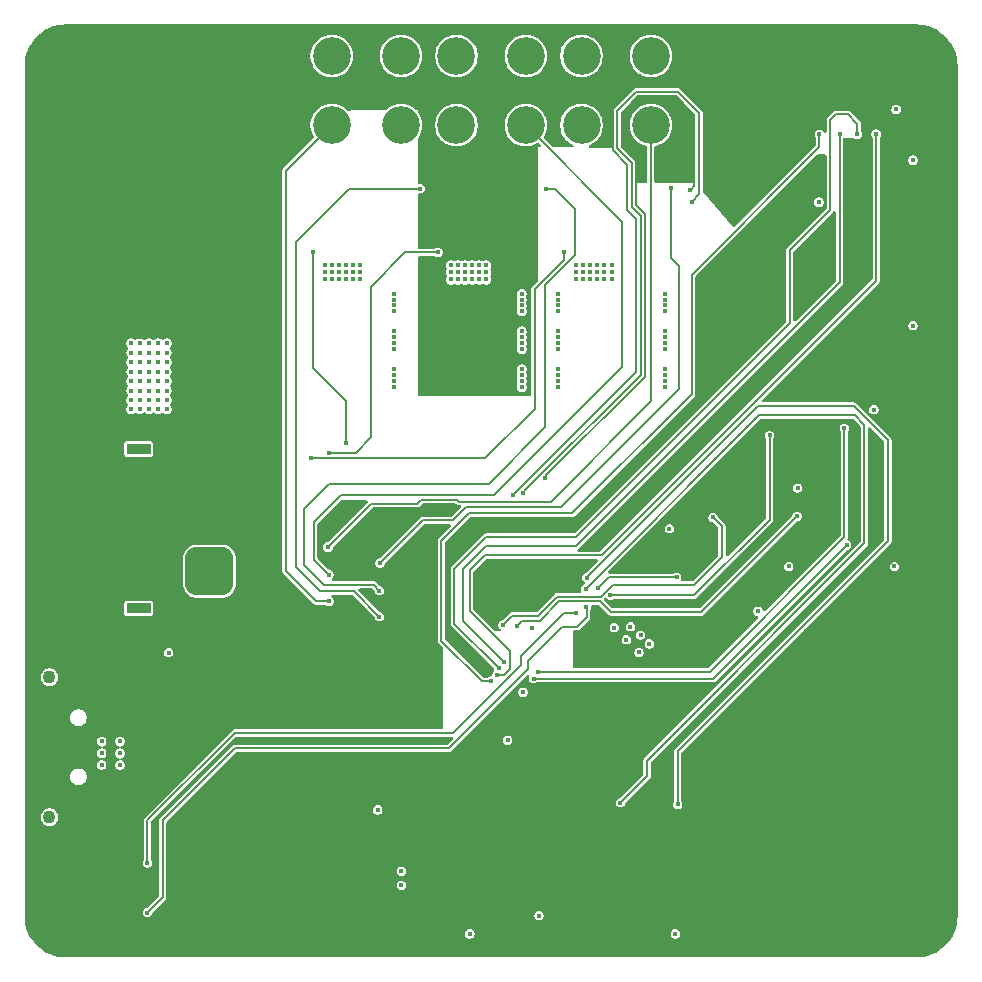
<source format=gbr>
%TF.GenerationSoftware,KiCad,Pcbnew,9.0.6-9.0.6~ubuntu24.04.1*%
%TF.CreationDate,2025-11-23T02:06:06+01:00*%
%TF.ProjectId,FOC_CONTROLLER_V2,464f435f-434f-44e5-9452-4f4c4c45525f,rev?*%
%TF.SameCoordinates,Original*%
%TF.FileFunction,Copper,L3,Inr*%
%TF.FilePolarity,Positive*%
%FSLAX46Y46*%
G04 Gerber Fmt 4.6, Leading zero omitted, Abs format (unit mm)*
G04 Created by KiCad (PCBNEW 9.0.6-9.0.6~ubuntu24.04.1) date 2025-11-23 02:06:06*
%MOMM*%
%LPD*%
G01*
G04 APERTURE LIST*
G04 Aperture macros list*
%AMRoundRect*
0 Rectangle with rounded corners*
0 $1 Rounding radius*
0 $2 $3 $4 $5 $6 $7 $8 $9 X,Y pos of 4 corners*
0 Add a 4 corners polygon primitive as box body*
4,1,4,$2,$3,$4,$5,$6,$7,$8,$9,$2,$3,0*
0 Add four circle primitives for the rounded corners*
1,1,$1+$1,$2,$3*
1,1,$1+$1,$4,$5*
1,1,$1+$1,$6,$7*
1,1,$1+$1,$8,$9*
0 Add four rect primitives between the rounded corners*
20,1,$1+$1,$2,$3,$4,$5,0*
20,1,$1+$1,$4,$5,$6,$7,0*
20,1,$1+$1,$6,$7,$8,$9,0*
20,1,$1+$1,$8,$9,$2,$3,0*%
G04 Aperture macros list end*
%TA.AperFunction,ComponentPad*%
%ADD10C,3.200000*%
%TD*%
%TA.AperFunction,ComponentPad*%
%ADD11C,0.800000*%
%TD*%
%TA.AperFunction,ComponentPad*%
%ADD12C,6.400000*%
%TD*%
%TA.AperFunction,ComponentPad*%
%ADD13C,1.090000*%
%TD*%
%TA.AperFunction,ComponentPad*%
%ADD14R,2.000000X0.900000*%
%TD*%
%TA.AperFunction,ComponentPad*%
%ADD15RoundRect,1.025000X1.025000X-1.025000X1.025000X1.025000X-1.025000X1.025000X-1.025000X-1.025000X0*%
%TD*%
%TA.AperFunction,ComponentPad*%
%ADD16C,4.100000*%
%TD*%
%TA.AperFunction,ViaPad*%
%ADD17C,0.400000*%
%TD*%
%TA.AperFunction,ViaPad*%
%ADD18C,0.450000*%
%TD*%
%TA.AperFunction,Conductor*%
%ADD19C,0.200000*%
%TD*%
G04 APERTURE END LIST*
D10*
%TO.N,/OUT1*%
%TO.C,J2*%
X126505000Y-65035000D03*
X132375000Y-65035000D03*
X126505000Y-59165000D03*
X132375000Y-59165000D03*
%TD*%
D11*
%TO.N,GND*%
%TO.C,H4*%
X115100000Y-67000000D03*
X115802944Y-65302944D03*
X115802944Y-68697056D03*
X117500000Y-64600000D03*
D12*
X117500000Y-67000000D03*
D11*
X117500000Y-69400000D03*
X119197056Y-65302944D03*
X119197056Y-68697056D03*
X119900000Y-67000000D03*
%TD*%
D13*
%TO.N,N/C*%
%TO.C,J11*%
X102607500Y-111775000D03*
X102607500Y-123625000D03*
%TD*%
D10*
%TO.N,/OUT2*%
%TO.C,J3*%
X137065000Y-65035000D03*
X142935000Y-65035000D03*
X137065000Y-59165000D03*
X142935000Y-59165000D03*
%TD*%
D14*
%TO.N,*%
%TO.C,J1*%
X110150000Y-105950000D03*
X110150000Y-92450000D03*
D15*
%TO.N,+48V*%
X116150000Y-102800000D03*
D16*
%TO.N,GND*%
X116150000Y-95600000D03*
%TD*%
D11*
%TO.N,GND*%
%TO.C,H1*%
X115100000Y-125000000D03*
X115802944Y-123302944D03*
X115802944Y-126697056D03*
X117500000Y-122600000D03*
D12*
X117500000Y-125000000D03*
D11*
X117500000Y-127400000D03*
X119197056Y-123302944D03*
X119197056Y-126697056D03*
X119900000Y-125000000D03*
%TD*%
D10*
%TO.N,/OUT3*%
%TO.C,J4*%
X147655000Y-65035000D03*
X153525000Y-65035000D03*
X147655000Y-59165000D03*
X153525000Y-59165000D03*
%TD*%
D11*
%TO.N,GND*%
%TO.C,H3*%
X160100000Y-67000000D03*
X160802944Y-65302944D03*
X160802944Y-68697056D03*
X162500000Y-64600000D03*
D12*
X162500000Y-67000000D03*
D11*
X162500000Y-69400000D03*
X164197056Y-65302944D03*
X164197056Y-68697056D03*
X164900000Y-67000000D03*
%TD*%
%TO.N,GND*%
%TO.C,H2*%
X160100000Y-125000000D03*
X160802944Y-123302944D03*
X160802944Y-126697056D03*
X162500000Y-122600000D03*
D12*
X162500000Y-125000000D03*
D11*
X162500000Y-127400000D03*
X164197056Y-123302944D03*
X164197056Y-126697056D03*
X164900000Y-125000000D03*
%TD*%
D17*
%TO.N,+3.3V*%
X130400000Y-123000000D03*
%TO.N,GND*%
X128500000Y-119000000D03*
D18*
%TO.N,/OUT1*%
X126250000Y-105350000D03*
D17*
%TO.N,GND*%
X178900000Y-72700000D03*
X170300000Y-57000000D03*
X167900000Y-68000000D03*
D18*
X135000000Y-80800001D03*
D17*
X114800000Y-135000000D03*
D18*
X139800002Y-104900000D03*
D17*
X178900000Y-108700000D03*
D18*
X140500001Y-102500000D03*
D17*
X167299999Y-135000000D03*
X149332664Y-108674696D03*
X178900000Y-74200000D03*
X141853554Y-96353554D03*
X122300000Y-135000000D03*
X101100000Y-63200000D03*
X140250000Y-116800000D03*
X104300000Y-57000000D03*
X161300000Y-135000000D03*
X150750000Y-105550000D03*
X135160000Y-97275000D03*
X110300000Y-135000000D03*
X107300000Y-57000000D03*
D18*
X158050000Y-82499999D03*
X111033885Y-74899999D03*
X109533886Y-75700000D03*
D17*
X132800000Y-116000000D03*
D18*
X140500001Y-105700001D03*
X145700000Y-79299999D03*
D17*
X120800000Y-135000000D03*
X167600000Y-91200000D03*
X101100000Y-97700000D03*
D18*
X158050000Y-86700000D03*
D17*
X170600000Y-91900000D03*
D18*
X110233885Y-70900001D03*
D17*
X110300000Y-57000000D03*
D18*
X158050000Y-87200000D03*
X112533885Y-74900000D03*
D17*
X123550000Y-62149999D03*
X159800001Y-57000000D03*
X122300000Y-57000000D03*
D18*
X112533884Y-74100000D03*
X145700000Y-80799999D03*
D17*
X178900000Y-95200000D03*
X120800000Y-57000000D03*
D18*
X141300001Y-103300000D03*
D17*
X141100000Y-127300000D03*
D18*
X111033885Y-74100000D03*
D17*
X108800001Y-57000000D03*
X154600000Y-113000000D03*
X152300000Y-135000000D03*
X178900000Y-99700000D03*
X101100000Y-112700000D03*
X136700000Y-108700000D03*
X136660000Y-97275000D03*
X173300000Y-57000000D03*
X168800001Y-135000000D03*
X101100000Y-75200000D03*
D18*
X142800000Y-105700000D03*
D17*
X178900000Y-66700000D03*
D18*
X111833885Y-72500001D03*
D17*
X101100000Y-132200000D03*
X135200000Y-117100000D03*
X101100000Y-78200000D03*
X178900000Y-60700000D03*
D18*
X111033885Y-72500000D03*
D17*
X178900000Y-83200000D03*
X101100000Y-106700000D03*
D18*
X111033885Y-76500000D03*
X109533886Y-71700000D03*
X142800000Y-103300000D03*
X135000000Y-86700000D03*
D17*
X101100000Y-123200000D03*
D18*
X145700000Y-85699998D03*
D17*
X123550000Y-59150002D03*
X167900000Y-78300000D03*
X178900000Y-119200000D03*
X111800000Y-57000000D03*
X158900000Y-90450000D03*
X156450000Y-64250001D03*
D18*
X158050000Y-79299999D03*
D17*
X123550000Y-66650000D03*
X168800001Y-57000000D03*
X120100000Y-121600000D03*
X101100000Y-100700000D03*
D18*
X135000000Y-87200000D03*
X111833884Y-70900001D03*
X141300001Y-104099999D03*
D17*
X178900000Y-68200000D03*
X146800000Y-98900000D03*
X101100000Y-60200000D03*
X178900000Y-120700000D03*
X157800000Y-112900000D03*
X129800000Y-135000000D03*
D18*
X145700000Y-80300000D03*
D17*
X101100000Y-127700000D03*
X158299999Y-57000000D03*
X101100000Y-73700000D03*
X135800001Y-135000000D03*
X161600000Y-96050000D03*
X101100000Y-102200000D03*
X178900000Y-105700000D03*
D18*
X135000000Y-84000000D03*
D17*
X171800000Y-135000000D03*
X158299999Y-135000000D03*
X141800000Y-135000000D03*
X107300000Y-135000000D03*
X153900000Y-102000000D03*
X178900000Y-107200000D03*
X101100000Y-130700000D03*
X178900000Y-71200000D03*
D18*
X139800002Y-103300000D03*
D17*
X174800000Y-135000000D03*
X144000000Y-118500000D03*
X164700000Y-90900000D03*
X156450000Y-59750000D03*
X178900000Y-96700000D03*
D18*
X110233885Y-73300000D03*
D17*
X134299999Y-135000000D03*
X170400000Y-66600000D03*
X101100000Y-87200000D03*
X101100000Y-93200000D03*
X178900000Y-126700000D03*
X126800001Y-135000000D03*
X152150000Y-126500000D03*
X131300000Y-135000000D03*
D18*
X139800000Y-104100000D03*
D17*
X167300000Y-57000000D03*
X155900000Y-114200000D03*
X150800001Y-135000000D03*
X101100000Y-90200000D03*
X119300000Y-57000000D03*
X144603554Y-94903554D03*
X134750000Y-99900000D03*
X116299999Y-57000000D03*
X172500000Y-91700000D03*
X147800000Y-135000000D03*
X131550000Y-99800000D03*
D18*
X142100000Y-105700001D03*
D17*
X172400000Y-86700000D03*
X101100000Y-114200000D03*
D18*
X111033885Y-71700000D03*
D17*
X178900000Y-122200000D03*
D18*
X158050000Y-80799999D03*
D17*
X101100000Y-129200000D03*
D18*
X112533885Y-75700001D03*
D17*
X101100000Y-118700000D03*
X101100000Y-121700000D03*
X178900000Y-102700000D03*
D18*
X111033885Y-70900000D03*
X142100000Y-103300000D03*
D17*
X101100000Y-117200000D03*
X166000000Y-81000000D03*
X144800001Y-135000000D03*
X101100000Y-82700000D03*
X149350000Y-106450000D03*
D18*
X111833885Y-73300000D03*
D17*
X178900000Y-128200000D03*
X123550000Y-65149997D03*
D18*
X135000000Y-83500000D03*
D17*
X105800000Y-135000000D03*
D18*
X140500001Y-104900000D03*
D17*
X137800000Y-100700000D03*
X146300000Y-135000000D03*
X107032500Y-116200000D03*
X175000000Y-106900000D03*
D18*
X110233885Y-71700000D03*
D17*
X178900000Y-69700000D03*
X105800000Y-57000000D03*
X101100000Y-61700000D03*
D18*
X110233885Y-76500001D03*
X140500001Y-104100000D03*
D17*
X145000000Y-113700000D03*
X143299999Y-135000000D03*
X178900000Y-84700000D03*
X178900000Y-89200000D03*
X164750000Y-84700000D03*
D18*
X111833885Y-75700000D03*
D17*
X123550000Y-60650002D03*
X101100000Y-72200000D03*
D18*
X109533886Y-70900001D03*
X111033885Y-73300001D03*
D17*
X162550000Y-113400000D03*
D18*
X112533885Y-73300000D03*
D17*
X134150000Y-114000000D03*
X156450000Y-61250000D03*
X167900000Y-74900000D03*
D18*
X145700000Y-82999999D03*
D17*
X101100000Y-79700000D03*
X178900000Y-87700000D03*
X108800001Y-135000000D03*
X178900000Y-129700000D03*
X101100000Y-96200000D03*
X132450000Y-107850000D03*
X123800000Y-135000000D03*
D18*
X111833885Y-71700000D03*
D17*
X166700000Y-107900000D03*
X155300000Y-135000000D03*
X113775000Y-117700000D03*
D18*
X145700000Y-87200000D03*
X158050000Y-80300000D03*
X135000000Y-82999999D03*
D17*
X140300000Y-135000000D03*
D18*
X141300001Y-104900002D03*
D17*
X101100000Y-70700000D03*
X113300000Y-57000000D03*
X162700000Y-93950000D03*
D18*
X111833884Y-76500001D03*
X109533884Y-74900000D03*
D17*
X101100000Y-66200000D03*
X162800000Y-57000000D03*
X178900000Y-65200000D03*
X117800001Y-57000000D03*
X170225000Y-105000000D03*
X151419723Y-110765739D03*
D18*
X145700000Y-79799999D03*
X135000000Y-79299999D03*
X112533884Y-76500000D03*
D17*
X132800000Y-135000000D03*
X101100000Y-84200000D03*
X101100000Y-88700000D03*
X101100000Y-108200000D03*
D18*
X109533886Y-74100000D03*
X110233885Y-74900000D03*
D17*
X123550000Y-63649999D03*
D18*
X135000000Y-80300000D03*
D17*
X178900000Y-113200000D03*
X151950000Y-96975000D03*
D18*
X145700000Y-83500000D03*
D17*
X137300000Y-135000000D03*
D18*
X145700000Y-82499999D03*
D17*
X113300000Y-135000000D03*
X178900000Y-116200000D03*
D18*
X135000000Y-86199999D03*
D17*
X101100000Y-64700000D03*
X170300000Y-135000000D03*
X178900000Y-81700000D03*
X101100000Y-69200000D03*
X178900000Y-93700000D03*
X147200000Y-108700000D03*
X178900000Y-78700000D03*
D18*
X110233885Y-74100000D03*
D17*
X101100000Y-91700000D03*
X101100000Y-126200000D03*
D18*
X141300001Y-102500001D03*
D17*
X178900000Y-111700000D03*
X178900000Y-92200000D03*
X153450000Y-123150000D03*
D18*
X145700000Y-86199999D03*
D17*
X150351992Y-109698008D03*
X147300000Y-122700000D03*
X148400000Y-100650000D03*
X141800000Y-122300000D03*
D18*
X142100001Y-102500000D03*
D17*
X101100000Y-81200000D03*
X178900000Y-125200000D03*
X163950000Y-104600000D03*
D18*
X112533885Y-71700001D03*
D17*
X111800000Y-135000000D03*
X158350000Y-108950000D03*
X119300000Y-135000000D03*
X172400000Y-98700000D03*
X101100000Y-124700000D03*
D18*
X141300001Y-105700000D03*
D17*
X101100000Y-85700000D03*
D18*
X112533884Y-70900000D03*
X142800001Y-104900001D03*
D17*
X155100000Y-105600000D03*
D18*
X111833885Y-74900000D03*
D17*
X116299999Y-135000000D03*
X178900000Y-123700000D03*
X123550000Y-57650002D03*
X156450000Y-66100001D03*
X101100000Y-105200000D03*
X117800001Y-135000000D03*
X146300000Y-135000000D03*
X101100000Y-115700000D03*
D18*
X109533884Y-73300000D03*
D17*
X178900000Y-104200000D03*
X101100000Y-103700000D03*
D18*
X110233885Y-75700000D03*
D17*
X158400000Y-70000000D03*
X125299999Y-135000000D03*
D18*
X142800001Y-102500000D03*
X112533884Y-72500000D03*
D17*
X129600000Y-99750000D03*
X101100000Y-99200000D03*
X154400000Y-115800000D03*
D18*
X135000000Y-82500000D03*
D17*
X164300000Y-57000000D03*
X101100000Y-111200000D03*
X153800000Y-135000000D03*
D18*
X135000000Y-79799999D03*
X135000000Y-85700000D03*
D17*
X162800000Y-135000000D03*
D18*
X110233885Y-72500001D03*
D17*
X178900000Y-117700000D03*
X161300000Y-57000000D03*
X101100000Y-109700000D03*
D18*
X140500001Y-103300000D03*
X109533886Y-72500001D03*
D17*
X178900000Y-63700000D03*
X178900000Y-131200000D03*
X156800000Y-135000000D03*
X165800000Y-135000000D03*
D18*
X158050000Y-79799999D03*
D17*
X178900000Y-114700000D03*
D18*
X111033885Y-75700002D03*
D17*
X133750000Y-127450000D03*
X172300000Y-96800000D03*
X156800000Y-57000000D03*
X178900000Y-77200000D03*
D18*
X142100001Y-104100000D03*
D17*
X178900000Y-62200000D03*
D18*
X158050000Y-86199999D03*
X142800001Y-104100000D03*
D17*
X101100000Y-94700000D03*
D18*
X109533886Y-76500001D03*
X145700000Y-83999999D03*
D17*
X150700000Y-102600000D03*
X178900000Y-98200000D03*
X141400000Y-114400000D03*
D18*
X111833884Y-74100000D03*
D17*
X101100000Y-76700000D03*
X178900000Y-80200000D03*
X159750000Y-93850000D03*
D18*
X158050000Y-85699998D03*
D17*
X101100000Y-90200000D03*
X138500000Y-116950000D03*
X178900000Y-110200000D03*
D18*
X142100001Y-104900000D03*
D17*
X108582500Y-116200000D03*
X159800001Y-135000000D03*
X128300000Y-135000000D03*
X101100000Y-120200000D03*
D18*
X158050000Y-82999999D03*
X145700000Y-86700000D03*
D17*
X171800000Y-57000000D03*
X101100000Y-67700000D03*
X162200000Y-91900000D03*
X178900000Y-75700000D03*
X104300000Y-135000000D03*
D18*
X158050000Y-83999999D03*
D17*
X164300000Y-135000000D03*
X156800000Y-70500000D03*
D18*
X139800002Y-105700001D03*
D17*
X149300000Y-135000000D03*
X173300000Y-135000000D03*
X138800000Y-135000000D03*
X171700000Y-101200000D03*
X114800000Y-57000000D03*
X154500000Y-119600000D03*
D18*
X139800000Y-102500000D03*
X158050000Y-83500000D03*
%TO.N,/OUT2*%
X126250001Y-103100000D03*
D17*
%TO.N,+3.3V*%
X167750000Y-71550000D03*
X141400000Y-117100000D03*
X162600000Y-106190001D03*
X155600000Y-133500000D03*
X175725000Y-82000000D03*
X174300000Y-63700000D03*
X151800000Y-107500000D03*
X174150000Y-102400000D03*
X165950000Y-95750000D03*
X152515739Y-109669723D03*
X172400000Y-89125000D03*
X175725000Y-68000000D03*
X144060000Y-131960000D03*
X150428680Y-107578680D03*
X153400000Y-108950000D03*
X151448008Y-108601992D03*
X152650000Y-108200000D03*
X165200000Y-102400000D03*
%TO.N,+5V*%
X132400000Y-128200000D03*
X138200000Y-133500000D03*
X107032500Y-119200000D03*
X108582500Y-119200000D03*
X132400000Y-129400000D03*
%TO.N,/NTC*%
X157000000Y-71500000D03*
X142724266Y-96175734D03*
D18*
%TO.N,/OUT3*%
X126200000Y-100750000D03*
D17*
%TO.N,Net-(IC1-PC14)*%
X110900000Y-127500000D03*
X147200000Y-106350000D03*
%TO.N,/PB6*%
X141000000Y-107350000D03*
X158800000Y-98250000D03*
%TO.N,Net-(IC1-PC15)*%
X110900000Y-131700000D03*
X148050000Y-105850000D03*
%TO.N,/VCP_RX*%
X155800000Y-122550000D03*
X148100000Y-103350000D03*
%TO.N,/NRST*%
X149075000Y-104225000D03*
X155700000Y-103300000D03*
%TO.N,/VCP_TX*%
X148000000Y-104300000D03*
X150950000Y-122400000D03*
%TO.N,Net-(IC1-PB4)*%
X141100000Y-110500000D03*
X169500000Y-65800000D03*
%TO.N,Net-(IC1-PB3)*%
X140645522Y-111017912D03*
X171000000Y-65800000D03*
%TO.N,Net-(IC1-PD2)*%
X172600000Y-65800000D03*
X140500000Y-111600000D03*
%TO.N,/User*%
X150100000Y-104850000D03*
X163575000Y-91300000D03*
%TO.N,Net-(IC1-PB5)*%
X140000000Y-112100000D03*
X167800000Y-65800000D03*
%TO.N,Net-(Q1-G)*%
X127700000Y-91950000D03*
X124900000Y-75800000D03*
%TO.N,Net-(Q2-G)*%
X130550000Y-104450000D03*
X144650000Y-70400000D03*
%TO.N,Net-(Q3-G)*%
X130550000Y-106650000D03*
X134000000Y-70400000D03*
%TO.N,Net-(Q4-G)*%
X135500000Y-75800000D03*
X126300000Y-92750000D03*
%TO.N,Net-(Q5-G)*%
X130600000Y-102100000D03*
X155200000Y-70393000D03*
%TO.N,Net-(Q6-G)*%
X146150000Y-75750000D03*
X124750000Y-93250000D03*
%TO.N,/PB7*%
X142200000Y-107450000D03*
X165900000Y-98150000D03*
D18*
%TO.N,+48V*%
X142600000Y-86700000D03*
X154750000Y-86199999D03*
X111033885Y-86699999D03*
X154750000Y-84000000D03*
X142600000Y-79799999D03*
X154750000Y-80300000D03*
X112533885Y-87500001D03*
X111833885Y-85100000D03*
X112533884Y-85900000D03*
X154750000Y-79299999D03*
X109533884Y-85100000D03*
X142600000Y-83500000D03*
X142600000Y-80300000D03*
X112533885Y-86700000D03*
X131800000Y-80299999D03*
X131800000Y-79799998D03*
X111833885Y-83500000D03*
X112533885Y-85100000D03*
X131800000Y-79299998D03*
X154750000Y-82499998D03*
X111833885Y-87500000D03*
X111033885Y-85900000D03*
X131800000Y-84000000D03*
X142600000Y-86199999D03*
X131800000Y-83499999D03*
X131800000Y-82999998D03*
X112533885Y-83500001D03*
X110233885Y-89100000D03*
X109533886Y-85900000D03*
D17*
X155100000Y-99200000D03*
D18*
X111033885Y-87500002D03*
X131800000Y-85699999D03*
X154750000Y-87200000D03*
X109533886Y-83500000D03*
X154750000Y-85699998D03*
X110233885Y-86700000D03*
X154750000Y-80799999D03*
X111033885Y-89100000D03*
X109533886Y-84300001D03*
X111833885Y-89100000D03*
D17*
X143500000Y-107600000D03*
D18*
X110233885Y-87500000D03*
X142600000Y-87200000D03*
X111833885Y-84300001D03*
X109533886Y-88300001D03*
X111833884Y-88300001D03*
X111833885Y-86700000D03*
X131800000Y-86699999D03*
X109533886Y-87500000D03*
X154750000Y-86700000D03*
X110233885Y-88300001D03*
X142600000Y-82499998D03*
X154750000Y-83500000D03*
X142600000Y-80799999D03*
X111833884Y-85900000D03*
X110233885Y-85900000D03*
X111033885Y-84300000D03*
X112533885Y-89100001D03*
X142600000Y-84000000D03*
X110233885Y-85100000D03*
X112533884Y-84300000D03*
X111033885Y-88300000D03*
X109533886Y-89100000D03*
X110233885Y-83500000D03*
X142600000Y-82999999D03*
D17*
X112700000Y-109700000D03*
D18*
X131800000Y-82499998D03*
X111033885Y-85100001D03*
X110233885Y-84300001D03*
X131800000Y-87199999D03*
X142600000Y-79299999D03*
X109533884Y-86700000D03*
X154750000Y-79799999D03*
X112533884Y-88300000D03*
X131800000Y-86199998D03*
X142600000Y-85699998D03*
D17*
X142700000Y-113050001D03*
D18*
X111033885Y-83500000D03*
X154750000Y-82999999D03*
X131800000Y-80800000D03*
D17*
%TO.N,/L_SW_1*%
X169900000Y-90700000D03*
X144000000Y-111300000D03*
%TO.N,/L_SW_2*%
X143600000Y-111900000D03*
X170100000Y-100600000D03*
%TO.N,/B*%
X108582500Y-118200000D03*
X107032500Y-118200000D03*
%TO.N,/A*%
X107032500Y-117200000D03*
X108582500Y-117200000D03*
D18*
%TO.N,Net-(Q1-S-Pad1)*%
X125900000Y-78100000D03*
X125900000Y-77500000D03*
X126500000Y-78100000D03*
X126500000Y-77500000D03*
X128900000Y-78100000D03*
X127700000Y-77500000D03*
X127100000Y-76900000D03*
X126500000Y-76900000D03*
X128900000Y-77500000D03*
X125900000Y-76900000D03*
X127100000Y-78100000D03*
X128900000Y-76900000D03*
X127700000Y-78100000D03*
X127700000Y-76900000D03*
X128300000Y-76900000D03*
X128300000Y-78100000D03*
X128300000Y-77500000D03*
X127100000Y-77500000D03*
%TO.N,Net-(Q4-S-Pad1)*%
X138400000Y-78100000D03*
X138400000Y-76900000D03*
X136600000Y-78100000D03*
X139600000Y-76900000D03*
X137200000Y-77500000D03*
X137800000Y-77500000D03*
X139600000Y-77500000D03*
X139000000Y-78100000D03*
X136600000Y-77500000D03*
X139000000Y-77500000D03*
X137200000Y-76900000D03*
X139600000Y-78100000D03*
X138400000Y-77500000D03*
X136600000Y-76900000D03*
X137800000Y-76900000D03*
X139000000Y-76900000D03*
X137800000Y-78100000D03*
X137200000Y-78100000D03*
%TO.N,Net-(Q6-S-Pad1)*%
X150200000Y-77500000D03*
X148400000Y-77500000D03*
X148400000Y-78100000D03*
X149000000Y-78100000D03*
X147200000Y-76900000D03*
X149000000Y-76900000D03*
X147800000Y-77500000D03*
X149600000Y-77500000D03*
X149600000Y-78100000D03*
X147800000Y-76900000D03*
X147200000Y-77500000D03*
X149000000Y-77500000D03*
X149600000Y-76900000D03*
X148400000Y-76900000D03*
X150200000Y-76900000D03*
X147200000Y-78100000D03*
X147800000Y-78100000D03*
X150200000Y-78100000D03*
%TD*%
D19*
%TO.N,/OUT1*%
X122600000Y-102750000D02*
X122600000Y-68940000D01*
X122600000Y-68940000D02*
X126505000Y-65035000D01*
X125200000Y-105350000D02*
X122600000Y-102750000D01*
X126250000Y-105350000D02*
X125200000Y-105350000D01*
%TO.N,GND*%
X151499000Y-68366100D02*
X151499000Y-72199000D01*
X158050000Y-88000000D02*
X147317100Y-98732900D01*
X155966100Y-61799000D02*
X152133900Y-61799000D01*
X155633900Y-62601000D02*
X152466100Y-62601000D01*
X152250000Y-72950000D02*
X152250000Y-85941479D01*
X150299000Y-63633900D02*
X150299000Y-67166100D01*
X152301000Y-68033900D02*
X152301000Y-71833900D01*
X153052000Y-86315100D02*
X144603554Y-94763546D01*
X152466100Y-62601000D02*
X151101000Y-63966100D01*
X150299000Y-67166100D02*
X151499000Y-68366100D01*
X141853554Y-96337925D02*
X141853554Y-96353554D01*
X156800000Y-70500000D02*
X156900000Y-70500000D01*
X158001000Y-63833900D02*
X155966100Y-61799000D01*
X156900000Y-70500000D02*
X157199000Y-70201000D01*
X152250000Y-85941479D02*
X141853554Y-96337925D01*
X151101000Y-66833900D02*
X152301000Y-68033900D01*
X157199000Y-64166100D02*
X155633900Y-62601000D01*
X146967100Y-98732900D02*
X146800000Y-98900000D01*
X153052000Y-72584900D02*
X153052000Y-86315100D01*
X151499000Y-72199000D02*
X152250000Y-72950000D01*
X158400000Y-70000000D02*
X158001000Y-69601000D01*
X151101000Y-63966100D02*
X151101000Y-66833900D01*
X144603554Y-94763546D02*
X144603554Y-94903554D01*
X152301000Y-71833900D02*
X153052000Y-72584900D01*
X152133900Y-61799000D02*
X150299000Y-63633900D01*
X158050000Y-87200000D02*
X158050000Y-88000000D01*
X147317100Y-98732900D02*
X146967100Y-98732900D01*
X158001000Y-69601000D02*
X158001000Y-63833900D01*
X157199000Y-70201000D02*
X157199000Y-64166100D01*
%TO.N,/OUT2*%
X125000000Y-101849999D02*
X125000000Y-98600000D01*
X140250000Y-96350000D02*
X151100000Y-85500000D01*
X126250001Y-103100000D02*
X125000000Y-101849999D01*
X125000000Y-98600000D02*
X127250000Y-96350000D01*
X151100000Y-73200000D02*
X142935000Y-65035000D01*
X127250000Y-96350000D02*
X140250000Y-96350000D01*
X151100000Y-85500000D02*
X151100000Y-73200000D01*
%TO.N,/NTC*%
X142724266Y-96175734D02*
X142800000Y-96100000D01*
X142800000Y-96000000D02*
X152651000Y-86149000D01*
X142800000Y-96100000D02*
X142800000Y-96000000D01*
X155800000Y-62200000D02*
X157600000Y-64000000D01*
X157600000Y-70900000D02*
X157000000Y-71500000D01*
X152651000Y-86149000D02*
X152651000Y-72751000D01*
X151900000Y-72000000D02*
X151900000Y-68200000D01*
X157600000Y-64000000D02*
X157600000Y-70900000D01*
X152300000Y-62200000D02*
X155800000Y-62200000D01*
X150700000Y-63800000D02*
X152300000Y-62200000D01*
X151900000Y-68200000D02*
X150700000Y-67000000D01*
X152651000Y-72751000D02*
X151900000Y-72000000D01*
X150700000Y-67000000D02*
X150700000Y-63800000D01*
%TO.N,/OUT3*%
X153525000Y-65035000D02*
X153525000Y-88425000D01*
X153525000Y-88425000D02*
X145050000Y-96900000D01*
X134049000Y-96751000D02*
X133700000Y-97100000D01*
X129850000Y-97100000D02*
X126200000Y-100750000D01*
X145050000Y-96900000D02*
X137300000Y-96900000D01*
X137151000Y-96751000D02*
X134049000Y-96751000D01*
X137300000Y-96900000D02*
X137151000Y-96751000D01*
X133700000Y-97100000D02*
X129850000Y-97100000D01*
%TO.N,Net-(IC1-PC14)*%
X146150000Y-106350000D02*
X142500000Y-110000000D01*
X142500000Y-110000000D02*
X142500000Y-110767100D01*
X110900000Y-123900000D02*
X110900000Y-127500000D01*
X142500000Y-110767100D02*
X136767100Y-116500000D01*
X147200000Y-106350000D02*
X146150000Y-106350000D01*
X118300000Y-116500000D02*
X110900000Y-123900000D01*
X136767100Y-116500000D02*
X118300000Y-116500000D01*
%TO.N,/PB6*%
X143982900Y-106550000D02*
X141800000Y-106550000D01*
X141800000Y-106550000D02*
X141000000Y-107350000D01*
X159550000Y-99000000D02*
X159550000Y-101600000D01*
X158800000Y-98250000D02*
X159550000Y-99000000D01*
X157200000Y-103950000D02*
X150291479Y-103950000D01*
X145584900Y-104948000D02*
X143982900Y-106550000D01*
X150291479Y-103950000D02*
X149293479Y-104948000D01*
X159550000Y-101600000D02*
X157200000Y-103950000D01*
X149293479Y-104948000D02*
X145584900Y-104948000D01*
%TO.N,Net-(IC1-PC15)*%
X143100000Y-111106521D02*
X143100000Y-110400000D01*
X110900000Y-131700000D02*
X112200000Y-130400000D01*
X146000000Y-107500000D02*
X147300000Y-107500000D01*
X143100000Y-110400000D02*
X146000000Y-107500000D01*
X112200000Y-123900000D02*
X118300000Y-117800000D01*
X136406521Y-117800000D02*
X143100000Y-111106521D01*
X118300000Y-117800000D02*
X136406521Y-117800000D01*
X112200000Y-130400000D02*
X112200000Y-123900000D01*
X148100000Y-106700000D02*
X148100000Y-105900000D01*
X147300000Y-107500000D02*
X148100000Y-106700000D01*
X148100000Y-105900000D02*
X148050000Y-105850000D01*
%TO.N,/VCP_RX*%
X173600000Y-91700000D02*
X170700000Y-88800000D01*
X162600000Y-88800000D02*
X148100000Y-103300000D01*
X173600000Y-100250000D02*
X173600000Y-91700000D01*
X148100000Y-103300000D02*
X148100000Y-103350000D01*
X155800000Y-122550000D02*
X155800000Y-118050000D01*
X155800000Y-118050000D02*
X173600000Y-100250000D01*
X170700000Y-88800000D02*
X162600000Y-88800000D01*
%TO.N,/NRST*%
X150000000Y-103300000D02*
X149075000Y-104225000D01*
X155700000Y-103300000D02*
X150000000Y-103300000D01*
%TO.N,/VCP_TX*%
X170801000Y-89601000D02*
X162699000Y-89601000D01*
X153200000Y-118850000D02*
X171600000Y-100450000D01*
X153200000Y-120150000D02*
X153200000Y-118850000D01*
X150950000Y-122400000D02*
X153200000Y-120150000D01*
X171600000Y-100450000D02*
X171600000Y-90400000D01*
X162699000Y-89601000D02*
X148000000Y-104300000D01*
X171600000Y-90400000D02*
X170801000Y-89601000D01*
%TO.N,Net-(IC1-PB4)*%
X147175000Y-100675000D02*
X139575000Y-100675000D01*
X137650000Y-107050000D02*
X141100000Y-110500000D01*
X137650000Y-102600000D02*
X137650000Y-107050000D01*
X169500000Y-65800000D02*
X169500000Y-78350000D01*
X169500000Y-78350000D02*
X147175000Y-100675000D01*
X139575000Y-100675000D02*
X137650000Y-102600000D01*
%TO.N,Net-(IC1-PB3)*%
X168700000Y-72200000D02*
X168700000Y-64600000D01*
X147200000Y-99900000D02*
X165300000Y-81800000D01*
X170200000Y-64100000D02*
X171000000Y-64900000D01*
X168700000Y-64600000D02*
X169200000Y-64100000D01*
X136900000Y-107272390D02*
X136900000Y-102600000D01*
X169200000Y-64100000D02*
X170200000Y-64100000D01*
X139600000Y-99900000D02*
X147200000Y-99900000D01*
X165300000Y-81800000D02*
X165300000Y-75600000D01*
X140645522Y-111017912D02*
X136900000Y-107272390D01*
X136900000Y-102600000D02*
X139600000Y-99900000D01*
X165300000Y-75600000D02*
X168700000Y-72200000D01*
X171000000Y-64900000D02*
X171000000Y-65800000D01*
%TO.N,Net-(IC1-PD2)*%
X141100000Y-111600000D02*
X140500000Y-111600000D01*
X149350000Y-101450000D02*
X139450000Y-101450000D01*
X172600000Y-78200000D02*
X149350000Y-101450000D01*
X172600000Y-65800000D02*
X172600000Y-78200000D01*
X141600000Y-111100000D02*
X141100000Y-111600000D01*
X138200000Y-102700000D02*
X138200000Y-106150000D01*
X141600000Y-109550000D02*
X141600000Y-111100000D01*
X138200000Y-106150000D02*
X141600000Y-109550000D01*
X139450000Y-101450000D02*
X138200000Y-102700000D01*
%TO.N,/User*%
X157150000Y-104850000D02*
X163575000Y-98425000D01*
X163575000Y-98425000D02*
X163575000Y-91300000D01*
X150100000Y-104850000D02*
X157150000Y-104850000D01*
%TO.N,Net-(IC1-PB5)*%
X167800000Y-66900000D02*
X167800000Y-65800000D01*
X157001000Y-87766100D02*
X157001000Y-77699000D01*
X157001000Y-77699000D02*
X167800000Y-66900000D01*
X140000000Y-112100000D02*
X139200000Y-112100000D01*
X135800000Y-108700000D02*
X135800000Y-100200000D01*
X138099000Y-97901000D02*
X146866100Y-97901000D01*
X135800000Y-100200000D02*
X138099000Y-97901000D01*
X146866100Y-97901000D02*
X157001000Y-87766100D01*
X139200000Y-112100000D02*
X135800000Y-108700000D01*
%TO.N,Net-(Q1-G)*%
X124900000Y-85600000D02*
X124900000Y-75800000D01*
X127700000Y-91950000D02*
X127700000Y-88400000D01*
X127700000Y-88400000D02*
X124900000Y-85600000D01*
%TO.N,Net-(Q2-G)*%
X144600000Y-90600000D02*
X139800000Y-95400000D01*
X147100000Y-76067100D02*
X144600000Y-78567100D01*
X126300000Y-95400000D02*
X124200000Y-97500000D01*
X147100000Y-72100000D02*
X147100000Y-76067100D01*
X124200000Y-102300000D02*
X125850000Y-103950000D01*
X144650000Y-70400000D02*
X145400000Y-70400000D01*
X130050000Y-103950000D02*
X130550000Y-104450000D01*
X145400000Y-70400000D02*
X147100000Y-72100000D01*
X124200000Y-97500000D02*
X124200000Y-102300000D01*
X125850000Y-103950000D02*
X130050000Y-103950000D01*
X144600000Y-78567100D02*
X144600000Y-90600000D01*
X139800000Y-95400000D02*
X126300000Y-95400000D01*
%TO.N,Net-(Q3-G)*%
X123500000Y-74900000D02*
X128000000Y-70400000D01*
X128000000Y-70400000D02*
X134000000Y-70400000D01*
X125532900Y-104500000D02*
X123500000Y-102467100D01*
X128400000Y-104500000D02*
X125532900Y-104500000D01*
X123500000Y-102467100D02*
X123500000Y-74900000D01*
X130550000Y-106650000D02*
X128400000Y-104500000D01*
%TO.N,Net-(Q4-G)*%
X129850000Y-91450000D02*
X128550000Y-92750000D01*
X128550000Y-92750000D02*
X126300000Y-92750000D01*
X132750000Y-75800000D02*
X129850000Y-78700000D01*
X135500000Y-75800000D02*
X132750000Y-75800000D01*
X129850000Y-78700000D02*
X129850000Y-91450000D01*
%TO.N,Net-(Q5-G)*%
X155900000Y-77000000D02*
X155900000Y-87400000D01*
X155900000Y-87400000D02*
X145900000Y-97400000D01*
X155200000Y-70393000D02*
X155200000Y-76300000D01*
X145900000Y-97400000D02*
X137900000Y-97400000D01*
X155200000Y-76300000D02*
X155900000Y-77000000D01*
X134200000Y-98500000D02*
X130600000Y-102100000D01*
X137900000Y-97400000D02*
X136800000Y-98500000D01*
X136800000Y-98500000D02*
X134200000Y-98500000D01*
%TO.N,Net-(Q6-G)*%
X139500000Y-93250000D02*
X124750000Y-93250000D01*
X143700000Y-78900000D02*
X143700000Y-89050000D01*
X143700000Y-89050000D02*
X139500000Y-93250000D01*
X146150000Y-75750000D02*
X146150000Y-76450000D01*
X146150000Y-76450000D02*
X143700000Y-78900000D01*
%TO.N,/PB7*%
X150150000Y-106250000D02*
X149249000Y-105349000D01*
X157800000Y-106250000D02*
X150150000Y-106250000D01*
X142650000Y-107000000D02*
X142200000Y-107450000D01*
X145751000Y-105349000D02*
X144100000Y-107000000D01*
X149249000Y-105349000D02*
X145751000Y-105349000D01*
X144100000Y-107000000D02*
X142650000Y-107000000D01*
X165900000Y-98150000D02*
X157800000Y-106250000D01*
%TO.N,/L_SW_1*%
X169900000Y-99900000D02*
X169900000Y-90700000D01*
X158500000Y-111300000D02*
X169900000Y-99900000D01*
X144000000Y-111300000D02*
X158500000Y-111300000D01*
%TO.N,/L_SW_2*%
X151599000Y-111892479D02*
X151606521Y-111900000D01*
X152601000Y-111892479D02*
X152601000Y-111900000D01*
X151599000Y-111900000D02*
X151599000Y-111892479D01*
X151606521Y-111900000D02*
X152593479Y-111900000D01*
X152601000Y-111900000D02*
X158800000Y-111900000D01*
X158800000Y-111900000D02*
X170100000Y-100600000D01*
X143600000Y-111900000D02*
X151599000Y-111900000D01*
X152593479Y-111900000D02*
X152601000Y-111892479D01*
%TD*%
%TA.AperFunction,Conductor*%
%TO.N,GND*%
G36*
X168342539Y-67519685D02*
G01*
X168388294Y-67572489D01*
X168399500Y-67624000D01*
X168399500Y-72024167D01*
X168379815Y-72091206D01*
X168363181Y-72111848D01*
X165059541Y-75415487D01*
X165059535Y-75415495D01*
X165019982Y-75484004D01*
X165019979Y-75484009D01*
X165006326Y-75534962D01*
X165001203Y-75554085D01*
X164999500Y-75560439D01*
X164999500Y-81624167D01*
X164979815Y-81691206D01*
X164963181Y-81711848D01*
X147111848Y-99563181D01*
X147050525Y-99596666D01*
X147024167Y-99599500D01*
X139560438Y-99599500D01*
X139484010Y-99619978D01*
X139415489Y-99659540D01*
X139415486Y-99659542D01*
X136659541Y-102415487D01*
X136659535Y-102415495D01*
X136619982Y-102484004D01*
X136619979Y-102484009D01*
X136606326Y-102534962D01*
X136599500Y-102560438D01*
X136599500Y-107311952D01*
X136615855Y-107372989D01*
X136619979Y-107388379D01*
X136653978Y-107447268D01*
X136659542Y-107456904D01*
X140211185Y-111008546D01*
X140219202Y-111022432D01*
X140229385Y-111031689D01*
X140243279Y-111064133D01*
X140245022Y-111070637D01*
X140245022Y-111070639D01*
X140272315Y-111172499D01*
X140272316Y-111172500D01*
X140272550Y-111173374D01*
X140270887Y-111243224D01*
X140240458Y-111293148D01*
X140179520Y-111354087D01*
X140126794Y-111445410D01*
X140126793Y-111445413D01*
X140099500Y-111547273D01*
X140099500Y-111575500D01*
X140079815Y-111642539D01*
X140027011Y-111688294D01*
X139975500Y-111699500D01*
X139947273Y-111699500D01*
X139845413Y-111726793D01*
X139845410Y-111726794D01*
X139813169Y-111745409D01*
X139754087Y-111779520D01*
X139754086Y-111779520D01*
X139748256Y-111782887D01*
X139686256Y-111799500D01*
X139375833Y-111799500D01*
X139308794Y-111779815D01*
X139288152Y-111763181D01*
X136136819Y-108611848D01*
X136103334Y-108550525D01*
X136100500Y-108524167D01*
X136100500Y-100375833D01*
X136120185Y-100308794D01*
X136136819Y-100288152D01*
X138187152Y-98237819D01*
X138248475Y-98204334D01*
X138274833Y-98201500D01*
X146905660Y-98201500D01*
X146905662Y-98201500D01*
X146982089Y-98181021D01*
X147050611Y-98141460D01*
X147106560Y-98085511D01*
X157241460Y-87950611D01*
X157241813Y-87950000D01*
X157281021Y-87882089D01*
X157301500Y-87805662D01*
X157301500Y-77874833D01*
X157321185Y-77807794D01*
X157337819Y-77787152D01*
X163627698Y-71497273D01*
X167349500Y-71497273D01*
X167349500Y-71602727D01*
X167376793Y-71704587D01*
X167429520Y-71795913D01*
X167504087Y-71870480D01*
X167595413Y-71923207D01*
X167697273Y-71950500D01*
X167697275Y-71950500D01*
X167802725Y-71950500D01*
X167802727Y-71950500D01*
X167904587Y-71923207D01*
X167995913Y-71870480D01*
X168070480Y-71795913D01*
X168123207Y-71704587D01*
X168150500Y-71602727D01*
X168150500Y-71497273D01*
X168123207Y-71395413D01*
X168070480Y-71304087D01*
X167995913Y-71229520D01*
X167904587Y-71176793D01*
X167802727Y-71149500D01*
X167697273Y-71149500D01*
X167595413Y-71176793D01*
X167595410Y-71176794D01*
X167504085Y-71229521D01*
X167429521Y-71304085D01*
X167376794Y-71395410D01*
X167376793Y-71395413D01*
X167349500Y-71497273D01*
X163627698Y-71497273D01*
X167588652Y-67536319D01*
X167649975Y-67502834D01*
X167676333Y-67500000D01*
X168275500Y-67500000D01*
X168342539Y-67519685D01*
G37*
%TD.AperFunction*%
%TA.AperFunction,Conductor*%
G36*
X148992206Y-101770185D02*
G01*
X149037961Y-101822989D01*
X149047905Y-101892147D01*
X149018880Y-101955703D01*
X149012848Y-101962181D01*
X148041064Y-102933963D01*
X147985479Y-102966056D01*
X147945415Y-102976792D01*
X147945413Y-102976792D01*
X147854084Y-103029522D01*
X147779521Y-103104085D01*
X147726794Y-103195410D01*
X147726793Y-103195413D01*
X147699500Y-103297273D01*
X147699500Y-103402727D01*
X147713396Y-103454586D01*
X147726793Y-103504586D01*
X147726794Y-103504589D01*
X147738867Y-103525500D01*
X147779520Y-103595913D01*
X147854087Y-103670480D01*
X147895305Y-103694277D01*
X147943520Y-103744843D01*
X147956743Y-103813450D01*
X147930775Y-103878315D01*
X147873860Y-103918843D01*
X147865400Y-103921437D01*
X147845415Y-103926792D01*
X147845410Y-103926794D01*
X147754085Y-103979521D01*
X147679521Y-104054085D01*
X147626794Y-104145410D01*
X147626793Y-104145413D01*
X147599500Y-104247273D01*
X147599500Y-104352727D01*
X147623055Y-104440634D01*
X147626793Y-104454586D01*
X147626793Y-104454587D01*
X147630785Y-104461501D01*
X147647256Y-104529401D01*
X147624404Y-104595428D01*
X147569482Y-104638618D01*
X147523397Y-104647500D01*
X145545338Y-104647500D01*
X145494386Y-104661152D01*
X145468910Y-104667979D01*
X145440279Y-104684510D01*
X145440277Y-104684510D01*
X145400395Y-104707535D01*
X145400387Y-104707541D01*
X143894748Y-106213181D01*
X143833425Y-106246666D01*
X143807067Y-106249500D01*
X141760438Y-106249500D01*
X141722224Y-106259739D01*
X141684009Y-106269979D01*
X141684008Y-106269980D01*
X141636736Y-106297273D01*
X141615492Y-106309538D01*
X141615486Y-106309542D01*
X141009365Y-106915663D01*
X140953778Y-106947757D01*
X140845411Y-106976793D01*
X140845410Y-106976794D01*
X140754085Y-107029521D01*
X140679521Y-107104085D01*
X140626794Y-107195410D01*
X140626793Y-107195413D01*
X140599500Y-107297273D01*
X140599500Y-107402727D01*
X140626793Y-107504587D01*
X140654585Y-107552725D01*
X140679521Y-107595914D01*
X140754087Y-107670480D01*
X140760533Y-107675426D01*
X140759114Y-107677274D01*
X140799072Y-107719184D01*
X140812292Y-107787791D01*
X140786322Y-107852655D01*
X140729406Y-107893182D01*
X140688854Y-107900000D01*
X140426333Y-107900000D01*
X140359294Y-107880315D01*
X140338652Y-107863681D01*
X138536819Y-106061848D01*
X138503334Y-106000525D01*
X138500500Y-105974167D01*
X138500500Y-102875833D01*
X138520185Y-102808794D01*
X138536819Y-102788152D01*
X139538152Y-101786819D01*
X139599475Y-101753334D01*
X139625833Y-101750500D01*
X148925167Y-101750500D01*
X148992206Y-101770185D01*
G37*
%TD.AperFunction*%
%TA.AperFunction,Conductor*%
G36*
X169152154Y-72301145D02*
G01*
X169192681Y-72358060D01*
X169199500Y-72398614D01*
X169199500Y-78174167D01*
X169179815Y-78241206D01*
X169163181Y-78261848D01*
X165812181Y-81612848D01*
X165750858Y-81646333D01*
X165681166Y-81641349D01*
X165625233Y-81599477D01*
X165600816Y-81534013D01*
X165600500Y-81525167D01*
X165600500Y-75775833D01*
X165620185Y-75708794D01*
X165636819Y-75688152D01*
X167257840Y-74067131D01*
X168940460Y-72384511D01*
X168943052Y-72380021D01*
X168968115Y-72336609D01*
X169018683Y-72288397D01*
X169087290Y-72275176D01*
X169152154Y-72301145D01*
G37*
%TD.AperFunction*%
%TA.AperFunction,Conductor*%
G36*
X155691206Y-62520185D02*
G01*
X155711848Y-62536819D01*
X157263181Y-64088152D01*
X157296666Y-64149475D01*
X157299500Y-64175833D01*
X157299500Y-69776000D01*
X157279815Y-69843039D01*
X157227011Y-69888794D01*
X157175500Y-69900000D01*
X154175000Y-69900000D01*
X153951937Y-69904384D01*
X153884523Y-69886021D01*
X153837740Y-69834126D01*
X153825500Y-69780408D01*
X153825500Y-66913644D01*
X153845185Y-66846605D01*
X153897989Y-66800850D01*
X153917399Y-66793871D01*
X154104993Y-66743606D01*
X154323049Y-66653284D01*
X154527450Y-66535273D01*
X154714699Y-66391592D01*
X154881592Y-66224699D01*
X155025273Y-66037450D01*
X155143284Y-65833049D01*
X155233606Y-65614993D01*
X155294693Y-65387014D01*
X155325500Y-65153011D01*
X155325500Y-64916989D01*
X155294693Y-64682986D01*
X155233606Y-64455007D01*
X155143284Y-64236951D01*
X155143282Y-64236948D01*
X155143280Y-64236943D01*
X155092780Y-64149475D01*
X155025273Y-64032550D01*
X154981753Y-63975833D01*
X154881591Y-63845299D01*
X154714704Y-63678412D01*
X154714697Y-63678406D01*
X154527454Y-63534730D01*
X154527453Y-63534729D01*
X154527450Y-63534727D01*
X154445957Y-63487677D01*
X154323056Y-63416719D01*
X154323045Y-63416714D01*
X154104993Y-63326394D01*
X153877014Y-63265307D01*
X153877013Y-63265306D01*
X153877010Y-63265306D01*
X153643020Y-63234501D01*
X153643017Y-63234500D01*
X153643011Y-63234500D01*
X153406989Y-63234500D01*
X153406983Y-63234500D01*
X153406979Y-63234501D01*
X153172989Y-63265306D01*
X152945006Y-63326394D01*
X152726954Y-63416714D01*
X152726943Y-63416719D01*
X152522545Y-63534730D01*
X152335302Y-63678406D01*
X152335295Y-63678412D01*
X152168412Y-63845295D01*
X152168409Y-63845299D01*
X152024730Y-64032545D01*
X151906719Y-64236943D01*
X151906714Y-64236954D01*
X151816394Y-64455006D01*
X151755306Y-64682989D01*
X151724501Y-64916979D01*
X151724500Y-64916995D01*
X151724500Y-65153004D01*
X151724501Y-65153020D01*
X151755306Y-65387010D01*
X151816394Y-65614993D01*
X151906714Y-65833045D01*
X151906719Y-65833056D01*
X151976885Y-65954586D01*
X152024727Y-66037450D01*
X152024729Y-66037452D01*
X152024730Y-66037454D01*
X152168406Y-66224697D01*
X152168412Y-66224704D01*
X152335295Y-66391587D01*
X152335301Y-66391592D01*
X152522550Y-66535273D01*
X152653918Y-66611118D01*
X152726943Y-66653280D01*
X152726948Y-66653282D01*
X152726951Y-66653284D01*
X152945007Y-66743606D01*
X153132595Y-66793870D01*
X153192254Y-66830234D01*
X153222783Y-66893081D01*
X153224500Y-66913644D01*
X153224500Y-69797096D01*
X153204815Y-69864135D01*
X153152011Y-69909890D01*
X153102937Y-69921072D01*
X152326937Y-69936324D01*
X152259523Y-69917961D01*
X152212740Y-69866066D01*
X152200500Y-69812348D01*
X152200500Y-68160439D01*
X152200500Y-68160438D01*
X152180021Y-68084011D01*
X152180017Y-68084004D01*
X152140464Y-68015495D01*
X152140458Y-68015487D01*
X151036819Y-66911848D01*
X151003334Y-66850525D01*
X151000500Y-66824167D01*
X151000500Y-63975833D01*
X151020185Y-63908794D01*
X151036819Y-63888152D01*
X152388152Y-62536819D01*
X152449475Y-62503334D01*
X152475833Y-62500500D01*
X155624167Y-62500500D01*
X155691206Y-62520185D01*
G37*
%TD.AperFunction*%
%TA.AperFunction,Conductor*%
G36*
X176003032Y-56500648D02*
G01*
X176336929Y-56517052D01*
X176349037Y-56518245D01*
X176452146Y-56533539D01*
X176676699Y-56566849D01*
X176688617Y-56569219D01*
X177009951Y-56649709D01*
X177021588Y-56653240D01*
X177092806Y-56678722D01*
X177333467Y-56764832D01*
X177344688Y-56769479D01*
X177644163Y-56911120D01*
X177654871Y-56916844D01*
X177938988Y-57087137D01*
X177949106Y-57093897D01*
X178215170Y-57291224D01*
X178224576Y-57298944D01*
X178470013Y-57521395D01*
X178478604Y-57529986D01*
X178600726Y-57664727D01*
X178701055Y-57775423D01*
X178708775Y-57784829D01*
X178906102Y-58050893D01*
X178912862Y-58061011D01*
X179041776Y-58276092D01*
X179083148Y-58345116D01*
X179088883Y-58355844D01*
X179094132Y-58366943D01*
X179230514Y-58655297D01*
X179235170Y-58666540D01*
X179346759Y-58978411D01*
X179350292Y-58990055D01*
X179430777Y-59311369D01*
X179433151Y-59323305D01*
X179481754Y-59650962D01*
X179482947Y-59663071D01*
X179499351Y-59996966D01*
X179499500Y-60003051D01*
X179499500Y-131996948D01*
X179499351Y-132003033D01*
X179482947Y-132336928D01*
X179481754Y-132349037D01*
X179433151Y-132676694D01*
X179430777Y-132688630D01*
X179350292Y-133009944D01*
X179346759Y-133021588D01*
X179235170Y-133333459D01*
X179230514Y-133344702D01*
X179088885Y-133644151D01*
X179083148Y-133654883D01*
X178912862Y-133938988D01*
X178906102Y-133949106D01*
X178708775Y-134215170D01*
X178701055Y-134224576D01*
X178478611Y-134470006D01*
X178470006Y-134478611D01*
X178224576Y-134701055D01*
X178215170Y-134708775D01*
X177949106Y-134906102D01*
X177938988Y-134912862D01*
X177654883Y-135083148D01*
X177644151Y-135088885D01*
X177344702Y-135230514D01*
X177333459Y-135235170D01*
X177021588Y-135346759D01*
X177009944Y-135350292D01*
X176688630Y-135430777D01*
X176676694Y-135433151D01*
X176349037Y-135481754D01*
X176336928Y-135482947D01*
X176021989Y-135498419D01*
X176003031Y-135499351D01*
X175996949Y-135499500D01*
X104003051Y-135499500D01*
X103996968Y-135499351D01*
X103976900Y-135498365D01*
X103663071Y-135482947D01*
X103650962Y-135481754D01*
X103323305Y-135433151D01*
X103311369Y-135430777D01*
X102990055Y-135350292D01*
X102978411Y-135346759D01*
X102666540Y-135235170D01*
X102655301Y-135230515D01*
X102355844Y-135088883D01*
X102345121Y-135083150D01*
X102061011Y-134912862D01*
X102050893Y-134906102D01*
X101784829Y-134708775D01*
X101775423Y-134701055D01*
X101736475Y-134665755D01*
X101529986Y-134478604D01*
X101521395Y-134470013D01*
X101298944Y-134224576D01*
X101291224Y-134215170D01*
X101093897Y-133949106D01*
X101087137Y-133938988D01*
X100916844Y-133654871D01*
X100911120Y-133644163D01*
X100817998Y-133447273D01*
X137799500Y-133447273D01*
X137799500Y-133552727D01*
X137826793Y-133654587D01*
X137879520Y-133745913D01*
X137954087Y-133820480D01*
X138045413Y-133873207D01*
X138147273Y-133900500D01*
X138147275Y-133900500D01*
X138252725Y-133900500D01*
X138252727Y-133900500D01*
X138354587Y-133873207D01*
X138445913Y-133820480D01*
X138520480Y-133745913D01*
X138573207Y-133654587D01*
X138600500Y-133552727D01*
X138600500Y-133447273D01*
X155199500Y-133447273D01*
X155199500Y-133552727D01*
X155226793Y-133654587D01*
X155279520Y-133745913D01*
X155354087Y-133820480D01*
X155445413Y-133873207D01*
X155547273Y-133900500D01*
X155547275Y-133900500D01*
X155652725Y-133900500D01*
X155652727Y-133900500D01*
X155754587Y-133873207D01*
X155845913Y-133820480D01*
X155920480Y-133745913D01*
X155973207Y-133654587D01*
X156000500Y-133552727D01*
X156000500Y-133447273D01*
X155973207Y-133345413D01*
X155920480Y-133254087D01*
X155845913Y-133179520D01*
X155754587Y-133126793D01*
X155652727Y-133099500D01*
X155547273Y-133099500D01*
X155445413Y-133126793D01*
X155445410Y-133126794D01*
X155354085Y-133179521D01*
X155279521Y-133254085D01*
X155226794Y-133345410D01*
X155226793Y-133345413D01*
X155199500Y-133447273D01*
X138600500Y-133447273D01*
X138573207Y-133345413D01*
X138520480Y-133254087D01*
X138445913Y-133179520D01*
X138354587Y-133126793D01*
X138252727Y-133099500D01*
X138147273Y-133099500D01*
X138045413Y-133126793D01*
X138045410Y-133126794D01*
X137954085Y-133179521D01*
X137879521Y-133254085D01*
X137826794Y-133345410D01*
X137826793Y-133345413D01*
X137799500Y-133447273D01*
X100817998Y-133447273D01*
X100769479Y-133344688D01*
X100764829Y-133333459D01*
X100736429Y-133254087D01*
X100653240Y-133021588D01*
X100649707Y-133009944D01*
X100640958Y-132975015D01*
X100569219Y-132688617D01*
X100566848Y-132676694D01*
X100518245Y-132349037D01*
X100517052Y-132336927D01*
X100500649Y-132003032D01*
X100500500Y-131996948D01*
X100500500Y-127447273D01*
X110499500Y-127447273D01*
X110499500Y-127552727D01*
X110526793Y-127654587D01*
X110579520Y-127745913D01*
X110654087Y-127820480D01*
X110745413Y-127873207D01*
X110847273Y-127900500D01*
X110847275Y-127900500D01*
X110952725Y-127900500D01*
X110952727Y-127900500D01*
X111054587Y-127873207D01*
X111145913Y-127820480D01*
X111220480Y-127745913D01*
X111273207Y-127654587D01*
X111300500Y-127552727D01*
X111300500Y-127447273D01*
X111273207Y-127345413D01*
X111220480Y-127254087D01*
X111220478Y-127254085D01*
X111217113Y-127248256D01*
X111200500Y-127186256D01*
X111200500Y-124075833D01*
X111220185Y-124008794D01*
X111236819Y-123988152D01*
X118388152Y-116836819D01*
X118449475Y-116803334D01*
X118475833Y-116800500D01*
X136681688Y-116800500D01*
X136748727Y-116820185D01*
X136794482Y-116872989D01*
X136804426Y-116942147D01*
X136775401Y-117005703D01*
X136769369Y-117012181D01*
X136318369Y-117463181D01*
X136257046Y-117496666D01*
X136230688Y-117499500D01*
X118260438Y-117499500D01*
X118184010Y-117519978D01*
X118115489Y-117559540D01*
X118115486Y-117559542D01*
X111959541Y-123715487D01*
X111959535Y-123715495D01*
X111919982Y-123784004D01*
X111919979Y-123784009D01*
X111899500Y-123860439D01*
X111899500Y-130224167D01*
X111879815Y-130291206D01*
X111863181Y-130311848D01*
X110909365Y-131265663D01*
X110853778Y-131297757D01*
X110745411Y-131326793D01*
X110745410Y-131326794D01*
X110654085Y-131379521D01*
X110579521Y-131454085D01*
X110526794Y-131545410D01*
X110526793Y-131545413D01*
X110499500Y-131647273D01*
X110499500Y-131752727D01*
X110526793Y-131854587D01*
X110579520Y-131945913D01*
X110654087Y-132020480D01*
X110745413Y-132073207D01*
X110847273Y-132100500D01*
X110847275Y-132100500D01*
X110952725Y-132100500D01*
X110952727Y-132100500D01*
X111054587Y-132073207D01*
X111145913Y-132020480D01*
X111220480Y-131945913D01*
X111242789Y-131907273D01*
X143659500Y-131907273D01*
X143659500Y-132012727D01*
X143686793Y-132114587D01*
X143739520Y-132205913D01*
X143814087Y-132280480D01*
X143905413Y-132333207D01*
X144007273Y-132360500D01*
X144007275Y-132360500D01*
X144112725Y-132360500D01*
X144112727Y-132360500D01*
X144214587Y-132333207D01*
X144305913Y-132280480D01*
X144380480Y-132205913D01*
X144433207Y-132114587D01*
X144460500Y-132012727D01*
X144460500Y-131907273D01*
X144433207Y-131805413D01*
X144380480Y-131714087D01*
X144305913Y-131639520D01*
X144214587Y-131586793D01*
X144112727Y-131559500D01*
X144007273Y-131559500D01*
X143905413Y-131586793D01*
X143905410Y-131586794D01*
X143814085Y-131639521D01*
X143739521Y-131714085D01*
X143686794Y-131805410D01*
X143686793Y-131805413D01*
X143659500Y-131907273D01*
X111242789Y-131907273D01*
X111273207Y-131854587D01*
X111300500Y-131752727D01*
X111300500Y-131752585D01*
X111302411Y-131745599D01*
X111305401Y-131740749D01*
X111334334Y-131690636D01*
X112440460Y-130584511D01*
X112480022Y-130515988D01*
X112500500Y-130439562D01*
X112500500Y-130360438D01*
X112500500Y-129347273D01*
X131999500Y-129347273D01*
X131999500Y-129452727D01*
X132026793Y-129554587D01*
X132079520Y-129645913D01*
X132154087Y-129720480D01*
X132245413Y-129773207D01*
X132347273Y-129800500D01*
X132347275Y-129800500D01*
X132452725Y-129800500D01*
X132452727Y-129800500D01*
X132554587Y-129773207D01*
X132645913Y-129720480D01*
X132720480Y-129645913D01*
X132773207Y-129554587D01*
X132800500Y-129452727D01*
X132800500Y-129347273D01*
X132773207Y-129245413D01*
X132720480Y-129154087D01*
X132645913Y-129079520D01*
X132554587Y-129026793D01*
X132452727Y-128999500D01*
X132347273Y-128999500D01*
X132245413Y-129026793D01*
X132245410Y-129026794D01*
X132154085Y-129079521D01*
X132079521Y-129154085D01*
X132026794Y-129245410D01*
X132026793Y-129245413D01*
X131999500Y-129347273D01*
X112500500Y-129347273D01*
X112500500Y-128147273D01*
X131999500Y-128147273D01*
X131999500Y-128252727D01*
X132026793Y-128354587D01*
X132079520Y-128445913D01*
X132154087Y-128520480D01*
X132245413Y-128573207D01*
X132347273Y-128600500D01*
X132347275Y-128600500D01*
X132452725Y-128600500D01*
X132452727Y-128600500D01*
X132554587Y-128573207D01*
X132645913Y-128520480D01*
X132720480Y-128445913D01*
X132773207Y-128354587D01*
X132800500Y-128252727D01*
X132800500Y-128147273D01*
X132773207Y-128045413D01*
X132720480Y-127954087D01*
X132645913Y-127879520D01*
X132554587Y-127826793D01*
X132452727Y-127799500D01*
X132347273Y-127799500D01*
X132245413Y-127826793D01*
X132245410Y-127826794D01*
X132154085Y-127879521D01*
X132079521Y-127954085D01*
X132026794Y-128045410D01*
X132026793Y-128045413D01*
X131999500Y-128147273D01*
X112500500Y-128147273D01*
X112500500Y-124075833D01*
X112520185Y-124008794D01*
X112536819Y-123988152D01*
X113577698Y-122947273D01*
X129999500Y-122947273D01*
X129999500Y-123052727D01*
X130026793Y-123154587D01*
X130079520Y-123245913D01*
X130154087Y-123320480D01*
X130245413Y-123373207D01*
X130347273Y-123400500D01*
X130347275Y-123400500D01*
X130452725Y-123400500D01*
X130452727Y-123400500D01*
X130554587Y-123373207D01*
X130645913Y-123320480D01*
X130720480Y-123245913D01*
X130773207Y-123154587D01*
X130800500Y-123052727D01*
X130800500Y-122947273D01*
X130773207Y-122845413D01*
X130720480Y-122754087D01*
X130645913Y-122679520D01*
X130554587Y-122626793D01*
X130452727Y-122599500D01*
X130347273Y-122599500D01*
X130245413Y-122626793D01*
X130245410Y-122626794D01*
X130154085Y-122679521D01*
X130079521Y-122754085D01*
X130026794Y-122845410D01*
X130026793Y-122845413D01*
X129999500Y-122947273D01*
X113577698Y-122947273D01*
X118388152Y-118136819D01*
X118449475Y-118103334D01*
X118475833Y-118100500D01*
X136446081Y-118100500D01*
X136446083Y-118100500D01*
X136522510Y-118080021D01*
X136591032Y-118040460D01*
X136646981Y-117984511D01*
X137584219Y-117047273D01*
X140999500Y-117047273D01*
X140999500Y-117152727D01*
X141026793Y-117254587D01*
X141079520Y-117345913D01*
X141154087Y-117420480D01*
X141245413Y-117473207D01*
X141347273Y-117500500D01*
X141347275Y-117500500D01*
X141452725Y-117500500D01*
X141452727Y-117500500D01*
X141554587Y-117473207D01*
X141645913Y-117420480D01*
X141720480Y-117345913D01*
X141773207Y-117254587D01*
X141800500Y-117152727D01*
X141800500Y-117047273D01*
X141773207Y-116945413D01*
X141720480Y-116854087D01*
X141645913Y-116779520D01*
X141554587Y-116726793D01*
X141452727Y-116699500D01*
X141347273Y-116699500D01*
X141245413Y-116726793D01*
X141245410Y-116726794D01*
X141154085Y-116779521D01*
X141079521Y-116854085D01*
X141026794Y-116945410D01*
X141026793Y-116945413D01*
X140999500Y-117047273D01*
X137584219Y-117047273D01*
X141634217Y-112997274D01*
X142299500Y-112997274D01*
X142299500Y-113102728D01*
X142326793Y-113204588D01*
X142379520Y-113295914D01*
X142454087Y-113370481D01*
X142545413Y-113423208D01*
X142647273Y-113450501D01*
X142647275Y-113450501D01*
X142752725Y-113450501D01*
X142752727Y-113450501D01*
X142854587Y-113423208D01*
X142945913Y-113370481D01*
X143020480Y-113295914D01*
X143073207Y-113204588D01*
X143100500Y-113102728D01*
X143100500Y-112997274D01*
X143073207Y-112895414D01*
X143020480Y-112804088D01*
X142945913Y-112729521D01*
X142854587Y-112676794D01*
X142752727Y-112649501D01*
X142647273Y-112649501D01*
X142545413Y-112676794D01*
X142545410Y-112676795D01*
X142454085Y-112729522D01*
X142379521Y-112804086D01*
X142326794Y-112895411D01*
X142326793Y-112895414D01*
X142299500Y-112997274D01*
X141634217Y-112997274D01*
X143026913Y-111604578D01*
X143088234Y-111571095D01*
X143157926Y-111576079D01*
X143213859Y-111617951D01*
X143238276Y-111683415D01*
X143229156Y-111739707D01*
X143226794Y-111745409D01*
X143226793Y-111745413D01*
X143199500Y-111847273D01*
X143199500Y-111952727D01*
X143226793Y-112054587D01*
X143279520Y-112145913D01*
X143354087Y-112220480D01*
X143445413Y-112273207D01*
X143547273Y-112300500D01*
X143547275Y-112300500D01*
X143652725Y-112300500D01*
X143652727Y-112300500D01*
X143754587Y-112273207D01*
X143845913Y-112220480D01*
X143845914Y-112220478D01*
X143851744Y-112217113D01*
X143913744Y-112200500D01*
X158839560Y-112200500D01*
X158839562Y-112200500D01*
X158915989Y-112180021D01*
X158984511Y-112140460D01*
X159040460Y-112084511D01*
X170090636Y-101034334D01*
X170146222Y-101002242D01*
X170152723Y-101000500D01*
X170152727Y-101000500D01*
X170254587Y-100973207D01*
X170345913Y-100920480D01*
X170420480Y-100845913D01*
X170473207Y-100754587D01*
X170500500Y-100652727D01*
X170500500Y-100547273D01*
X170473207Y-100445413D01*
X170420480Y-100354087D01*
X170345913Y-100279520D01*
X170254589Y-100226794D01*
X170254588Y-100226793D01*
X170249279Y-100225370D01*
X170240700Y-100223072D01*
X170181042Y-100186707D01*
X170150513Y-100123860D01*
X170158808Y-100054485D01*
X170165410Y-100041296D01*
X170180021Y-100015990D01*
X170180154Y-100015495D01*
X170200500Y-99939562D01*
X170200500Y-99860438D01*
X170200500Y-91013743D01*
X170217113Y-90951742D01*
X170220476Y-90945916D01*
X170220480Y-90945913D01*
X170273207Y-90854587D01*
X170300500Y-90752727D01*
X170300500Y-90647273D01*
X170273207Y-90545413D01*
X170220480Y-90454087D01*
X170145913Y-90379520D01*
X170054587Y-90326793D01*
X169952727Y-90299500D01*
X169847273Y-90299500D01*
X169745413Y-90326793D01*
X169745410Y-90326794D01*
X169654085Y-90379521D01*
X169579521Y-90454085D01*
X169526794Y-90545410D01*
X169526793Y-90545413D01*
X169499500Y-90647273D01*
X169499500Y-90752727D01*
X169526793Y-90854587D01*
X169579520Y-90945913D01*
X169579523Y-90945916D01*
X169582887Y-90951742D01*
X169599500Y-91013743D01*
X169599500Y-99724167D01*
X169579815Y-99791206D01*
X169563181Y-99811848D01*
X163202505Y-106172523D01*
X163141182Y-106206008D01*
X163071490Y-106201024D01*
X163015557Y-106159152D01*
X162995051Y-106116938D01*
X162973207Y-106035414D01*
X162920480Y-105944088D01*
X162845913Y-105869521D01*
X162754587Y-105816794D01*
X162652727Y-105789501D01*
X162547273Y-105789501D01*
X162445413Y-105816794D01*
X162445410Y-105816795D01*
X162354085Y-105869522D01*
X162279521Y-105944086D01*
X162226794Y-106035411D01*
X162226793Y-106035414D01*
X162199500Y-106137274D01*
X162199500Y-106242728D01*
X162226793Y-106344588D01*
X162279520Y-106435914D01*
X162354087Y-106510481D01*
X162445413Y-106563208D01*
X162526935Y-106585051D01*
X162586594Y-106621414D01*
X162617124Y-106684261D01*
X162608830Y-106753636D01*
X162582522Y-106792506D01*
X158411848Y-110963181D01*
X158350525Y-110996666D01*
X158324167Y-110999500D01*
X147074000Y-110999500D01*
X147006961Y-110979815D01*
X146961206Y-110927011D01*
X146950000Y-110875500D01*
X146950000Y-109616996D01*
X152115239Y-109616996D01*
X152115239Y-109722450D01*
X152142532Y-109824310D01*
X152195259Y-109915636D01*
X152269826Y-109990203D01*
X152361152Y-110042930D01*
X152463012Y-110070223D01*
X152463014Y-110070223D01*
X152568464Y-110070223D01*
X152568466Y-110070223D01*
X152670326Y-110042930D01*
X152761652Y-109990203D01*
X152836219Y-109915636D01*
X152888946Y-109824310D01*
X152916239Y-109722450D01*
X152916239Y-109616996D01*
X152888946Y-109515136D01*
X152836219Y-109423810D01*
X152761652Y-109349243D01*
X152676317Y-109299975D01*
X152670328Y-109296517D01*
X152670327Y-109296516D01*
X152670326Y-109296516D01*
X152568466Y-109269223D01*
X152463012Y-109269223D01*
X152361152Y-109296516D01*
X152361149Y-109296517D01*
X152269824Y-109349244D01*
X152195260Y-109423808D01*
X152142533Y-109515133D01*
X152142532Y-109515136D01*
X152115239Y-109616996D01*
X146950000Y-109616996D01*
X146950000Y-108549265D01*
X151047508Y-108549265D01*
X151047508Y-108654719D01*
X151074801Y-108756579D01*
X151127528Y-108847905D01*
X151202095Y-108922472D01*
X151293421Y-108975199D01*
X151395281Y-109002492D01*
X151395283Y-109002492D01*
X151500733Y-109002492D01*
X151500735Y-109002492D01*
X151602595Y-108975199D01*
X151693921Y-108922472D01*
X151719120Y-108897273D01*
X152999500Y-108897273D01*
X152999500Y-109002727D01*
X153026793Y-109104587D01*
X153079520Y-109195913D01*
X153154087Y-109270480D01*
X153245413Y-109323207D01*
X153347273Y-109350500D01*
X153347275Y-109350500D01*
X153452725Y-109350500D01*
X153452727Y-109350500D01*
X153554587Y-109323207D01*
X153645913Y-109270480D01*
X153720480Y-109195913D01*
X153773207Y-109104587D01*
X153800500Y-109002727D01*
X153800500Y-108897273D01*
X153773207Y-108795413D01*
X153720480Y-108704087D01*
X153645913Y-108629520D01*
X153554587Y-108576793D01*
X153452727Y-108549500D01*
X153347273Y-108549500D01*
X153245413Y-108576793D01*
X153245410Y-108576794D01*
X153154085Y-108629521D01*
X153079521Y-108704085D01*
X153026794Y-108795410D01*
X153026793Y-108795413D01*
X152999500Y-108897273D01*
X151719120Y-108897273D01*
X151768488Y-108847905D01*
X151821215Y-108756579D01*
X151848508Y-108654719D01*
X151848508Y-108549265D01*
X151821215Y-108447405D01*
X151768488Y-108356079D01*
X151693921Y-108281512D01*
X151602595Y-108228785D01*
X151500735Y-108201492D01*
X151395281Y-108201492D01*
X151293421Y-108228785D01*
X151293418Y-108228786D01*
X151202093Y-108281513D01*
X151127529Y-108356077D01*
X151074802Y-108447402D01*
X151074801Y-108447405D01*
X151047508Y-108549265D01*
X146950000Y-108549265D01*
X146950000Y-108147273D01*
X152249500Y-108147273D01*
X152249500Y-108252727D01*
X152276793Y-108354587D01*
X152329520Y-108445913D01*
X152404087Y-108520480D01*
X152495413Y-108573207D01*
X152597273Y-108600500D01*
X152597275Y-108600500D01*
X152702725Y-108600500D01*
X152702727Y-108600500D01*
X152804587Y-108573207D01*
X152895913Y-108520480D01*
X152970480Y-108445913D01*
X153023207Y-108354587D01*
X153050500Y-108252727D01*
X153050500Y-108147273D01*
X153023207Y-108045413D01*
X152970480Y-107954087D01*
X152895913Y-107879520D01*
X152804587Y-107826793D01*
X152702727Y-107799500D01*
X152597273Y-107799500D01*
X152495413Y-107826793D01*
X152495410Y-107826794D01*
X152404085Y-107879521D01*
X152329521Y-107954085D01*
X152276794Y-108045410D01*
X152276793Y-108045413D01*
X152249500Y-108147273D01*
X146950000Y-108147273D01*
X146950000Y-107924500D01*
X146969685Y-107857461D01*
X147022489Y-107811706D01*
X147074000Y-107800500D01*
X147339560Y-107800500D01*
X147339562Y-107800500D01*
X147415989Y-107780021D01*
X147484511Y-107740460D01*
X147540460Y-107684511D01*
X147699018Y-107525953D01*
X150028180Y-107525953D01*
X150028180Y-107631407D01*
X150052778Y-107723207D01*
X150055473Y-107733266D01*
X150055474Y-107733269D01*
X150067782Y-107754587D01*
X150108200Y-107824593D01*
X150182767Y-107899160D01*
X150274093Y-107951887D01*
X150375953Y-107979180D01*
X150375955Y-107979180D01*
X150481405Y-107979180D01*
X150481407Y-107979180D01*
X150583267Y-107951887D01*
X150674593Y-107899160D01*
X150749160Y-107824593D01*
X150801887Y-107733267D01*
X150829180Y-107631407D01*
X150829180Y-107525953D01*
X150808098Y-107447273D01*
X151399500Y-107447273D01*
X151399500Y-107552727D01*
X151426793Y-107654587D01*
X151479520Y-107745913D01*
X151554087Y-107820480D01*
X151645413Y-107873207D01*
X151747273Y-107900500D01*
X151747275Y-107900500D01*
X151852725Y-107900500D01*
X151852727Y-107900500D01*
X151954587Y-107873207D01*
X152045913Y-107820480D01*
X152120480Y-107745913D01*
X152173207Y-107654587D01*
X152200500Y-107552727D01*
X152200500Y-107447273D01*
X152173207Y-107345413D01*
X152120480Y-107254087D01*
X152045913Y-107179520D01*
X151977201Y-107139849D01*
X151954589Y-107126794D01*
X151954588Y-107126793D01*
X151954587Y-107126793D01*
X151852727Y-107099500D01*
X151747273Y-107099500D01*
X151645413Y-107126793D01*
X151645410Y-107126794D01*
X151554085Y-107179521D01*
X151479521Y-107254085D01*
X151426794Y-107345410D01*
X151426793Y-107345413D01*
X151399500Y-107447273D01*
X150808098Y-107447273D01*
X150801887Y-107424093D01*
X150749160Y-107332767D01*
X150674593Y-107258200D01*
X150583267Y-107205473D01*
X150481407Y-107178180D01*
X150375953Y-107178180D01*
X150274093Y-107205473D01*
X150274090Y-107205474D01*
X150182765Y-107258201D01*
X150108201Y-107332765D01*
X150055474Y-107424090D01*
X150055473Y-107424093D01*
X150028180Y-107525953D01*
X147699018Y-107525953D01*
X148340460Y-106884511D01*
X148369327Y-106834511D01*
X148380021Y-106815989D01*
X148400500Y-106739562D01*
X148400500Y-106077142D01*
X148417115Y-106015139D01*
X148423205Y-106004590D01*
X148423207Y-106004587D01*
X148450500Y-105902727D01*
X148450500Y-105797273D01*
X148450499Y-105797272D01*
X148449501Y-105789687D01*
X148460266Y-105720651D01*
X148506646Y-105668395D01*
X148572440Y-105649500D01*
X149073167Y-105649500D01*
X149140206Y-105669185D01*
X149160848Y-105685819D01*
X149909540Y-106434511D01*
X149965489Y-106490460D01*
X149965491Y-106490461D01*
X149965495Y-106490464D01*
X150002865Y-106512039D01*
X150034011Y-106530021D01*
X150110438Y-106550500D01*
X150110440Y-106550500D01*
X157839560Y-106550500D01*
X157839562Y-106550500D01*
X157915989Y-106530021D01*
X157984511Y-106490460D01*
X158040460Y-106434511D01*
X162127697Y-102347273D01*
X164799500Y-102347273D01*
X164799500Y-102452727D01*
X164826793Y-102554587D01*
X164879520Y-102645913D01*
X164954087Y-102720480D01*
X165045413Y-102773207D01*
X165147273Y-102800500D01*
X165147275Y-102800500D01*
X165252725Y-102800500D01*
X165252727Y-102800500D01*
X165354587Y-102773207D01*
X165445913Y-102720480D01*
X165520480Y-102645913D01*
X165573207Y-102554587D01*
X165600500Y-102452727D01*
X165600500Y-102347273D01*
X165573207Y-102245413D01*
X165520480Y-102154087D01*
X165445913Y-102079520D01*
X165354587Y-102026793D01*
X165252727Y-101999500D01*
X165147273Y-101999500D01*
X165045413Y-102026793D01*
X165045410Y-102026794D01*
X164954085Y-102079521D01*
X164879521Y-102154085D01*
X164826794Y-102245410D01*
X164826793Y-102245413D01*
X164799500Y-102347273D01*
X162127697Y-102347273D01*
X165890636Y-98584334D01*
X165946222Y-98552242D01*
X165952723Y-98550500D01*
X165952727Y-98550500D01*
X166054587Y-98523207D01*
X166145913Y-98470480D01*
X166220480Y-98395913D01*
X166273207Y-98304587D01*
X166300500Y-98202727D01*
X166300500Y-98097273D01*
X166273207Y-97995413D01*
X166220480Y-97904087D01*
X166145913Y-97829520D01*
X166054587Y-97776793D01*
X165952727Y-97749500D01*
X165847273Y-97749500D01*
X165745413Y-97776793D01*
X165745410Y-97776794D01*
X165654085Y-97829521D01*
X165579521Y-97904085D01*
X165526794Y-97995410D01*
X165526793Y-97995411D01*
X165497757Y-98103778D01*
X165465663Y-98159365D01*
X157711848Y-105913181D01*
X157650525Y-105946666D01*
X157624167Y-105949500D01*
X150325833Y-105949500D01*
X150258794Y-105929815D01*
X150238152Y-105913181D01*
X149583391Y-105258420D01*
X149549906Y-105197097D01*
X149554890Y-105127405D01*
X149583389Y-105083060D01*
X149588805Y-105077644D01*
X149650127Y-105044160D01*
X149719819Y-105049144D01*
X149774863Y-105089843D01*
X149779519Y-105095911D01*
X149779520Y-105095913D01*
X149854087Y-105170480D01*
X149945413Y-105223207D01*
X150047273Y-105250500D01*
X150047275Y-105250500D01*
X150152725Y-105250500D01*
X150152727Y-105250500D01*
X150254587Y-105223207D01*
X150345913Y-105170480D01*
X150345914Y-105170478D01*
X150351744Y-105167113D01*
X150413744Y-105150500D01*
X157189560Y-105150500D01*
X157189562Y-105150500D01*
X157265989Y-105130021D01*
X157334511Y-105090460D01*
X157390460Y-105034511D01*
X163815460Y-98609511D01*
X163843792Y-98560438D01*
X163855021Y-98540989D01*
X163875500Y-98464562D01*
X163875500Y-95697273D01*
X165549500Y-95697273D01*
X165549500Y-95802727D01*
X165576793Y-95904587D01*
X165629520Y-95995913D01*
X165704087Y-96070480D01*
X165795413Y-96123207D01*
X165897273Y-96150500D01*
X165897275Y-96150500D01*
X166002725Y-96150500D01*
X166002727Y-96150500D01*
X166104587Y-96123207D01*
X166195913Y-96070480D01*
X166270480Y-95995913D01*
X166323207Y-95904587D01*
X166350500Y-95802727D01*
X166350500Y-95697273D01*
X166323207Y-95595413D01*
X166270480Y-95504087D01*
X166195913Y-95429520D01*
X166104587Y-95376793D01*
X166002727Y-95349500D01*
X165897273Y-95349500D01*
X165795413Y-95376793D01*
X165795410Y-95376794D01*
X165704085Y-95429521D01*
X165629521Y-95504085D01*
X165576794Y-95595410D01*
X165576793Y-95595413D01*
X165549500Y-95697273D01*
X163875500Y-95697273D01*
X163875500Y-91613743D01*
X163892113Y-91551742D01*
X163895476Y-91545916D01*
X163895480Y-91545913D01*
X163948207Y-91454587D01*
X163975500Y-91352727D01*
X163975500Y-91247273D01*
X163948207Y-91145413D01*
X163895480Y-91054087D01*
X163820913Y-90979520D01*
X163729587Y-90926793D01*
X163627727Y-90899500D01*
X163522273Y-90899500D01*
X163420413Y-90926793D01*
X163420410Y-90926794D01*
X163329085Y-90979521D01*
X163254521Y-91054085D01*
X163201794Y-91145410D01*
X163201793Y-91145413D01*
X163174500Y-91247273D01*
X163174500Y-91352727D01*
X163201793Y-91454587D01*
X163254520Y-91545913D01*
X163254523Y-91545916D01*
X163257887Y-91551742D01*
X163274500Y-91613743D01*
X163274500Y-98249167D01*
X163254815Y-98316206D01*
X163238181Y-98336848D01*
X160062181Y-101512848D01*
X160000858Y-101546333D01*
X159931166Y-101541349D01*
X159875233Y-101499477D01*
X159850816Y-101434013D01*
X159850500Y-101425167D01*
X159850500Y-98960439D01*
X159848798Y-98954087D01*
X159830021Y-98884011D01*
X159827428Y-98879520D01*
X159790464Y-98815495D01*
X159790458Y-98815487D01*
X159234336Y-98259365D01*
X159202242Y-98203777D01*
X159200500Y-98197275D01*
X159200500Y-98197273D01*
X159173207Y-98095413D01*
X159120480Y-98004087D01*
X159045913Y-97929520D01*
X158954587Y-97876793D01*
X158852727Y-97849500D01*
X158747273Y-97849500D01*
X158645413Y-97876793D01*
X158645410Y-97876794D01*
X158554085Y-97929521D01*
X158479521Y-98004085D01*
X158426794Y-98095410D01*
X158426793Y-98095413D01*
X158399500Y-98197273D01*
X158399500Y-98302727D01*
X158426793Y-98404587D01*
X158479520Y-98495913D01*
X158554087Y-98570480D01*
X158645413Y-98623207D01*
X158747273Y-98650500D01*
X158747276Y-98650500D01*
X158753777Y-98652242D01*
X158809365Y-98684336D01*
X159213181Y-99088152D01*
X159246666Y-99149475D01*
X159249500Y-99175833D01*
X159249500Y-101424167D01*
X159229815Y-101491206D01*
X159213181Y-101511848D01*
X157111848Y-103613181D01*
X157050525Y-103646666D01*
X157024167Y-103649500D01*
X156175448Y-103649500D01*
X156108409Y-103629815D01*
X156062654Y-103577011D01*
X156052710Y-103507853D01*
X156068060Y-103463501D01*
X156073207Y-103454587D01*
X156100500Y-103352727D01*
X156100500Y-103247273D01*
X156073207Y-103145413D01*
X156020480Y-103054087D01*
X155945913Y-102979520D01*
X155854587Y-102926793D01*
X155752727Y-102899500D01*
X155647273Y-102899500D01*
X155545413Y-102926793D01*
X155545410Y-102926794D01*
X155486555Y-102960774D01*
X155454087Y-102979520D01*
X155454086Y-102979520D01*
X155448256Y-102982887D01*
X155386256Y-102999500D01*
X150024833Y-102999500D01*
X149957794Y-102979815D01*
X149912039Y-102927011D01*
X149902095Y-102857853D01*
X149931120Y-102794297D01*
X149937152Y-102787819D01*
X153577698Y-99147273D01*
X154699500Y-99147273D01*
X154699500Y-99252727D01*
X154726793Y-99354587D01*
X154779520Y-99445913D01*
X154854087Y-99520480D01*
X154945413Y-99573207D01*
X155047273Y-99600500D01*
X155047275Y-99600500D01*
X155152725Y-99600500D01*
X155152727Y-99600500D01*
X155254587Y-99573207D01*
X155345913Y-99520480D01*
X155420480Y-99445913D01*
X155473207Y-99354587D01*
X155500500Y-99252727D01*
X155500500Y-99147273D01*
X155473207Y-99045413D01*
X155420480Y-98954087D01*
X155345913Y-98879520D01*
X155254587Y-98826793D01*
X155152727Y-98799500D01*
X155047273Y-98799500D01*
X154945413Y-98826793D01*
X154945410Y-98826794D01*
X154854085Y-98879521D01*
X154779521Y-98954085D01*
X154726794Y-99045410D01*
X154726793Y-99045413D01*
X154699500Y-99147273D01*
X153577698Y-99147273D01*
X162787152Y-89937819D01*
X162848475Y-89904334D01*
X162874833Y-89901500D01*
X170625167Y-89901500D01*
X170692206Y-89921185D01*
X170712848Y-89937819D01*
X171263181Y-90488152D01*
X171296666Y-90549475D01*
X171299500Y-90575833D01*
X171299500Y-100274167D01*
X171279815Y-100341206D01*
X171263181Y-100361848D01*
X152959541Y-118665487D01*
X152959535Y-118665495D01*
X152919982Y-118734004D01*
X152919979Y-118734009D01*
X152899500Y-118810439D01*
X152899500Y-119974167D01*
X152879815Y-120041206D01*
X152863181Y-120061848D01*
X150959365Y-121965663D01*
X150903778Y-121997757D01*
X150795411Y-122026793D01*
X150795410Y-122026794D01*
X150704085Y-122079521D01*
X150629521Y-122154085D01*
X150576794Y-122245410D01*
X150576793Y-122245413D01*
X150549500Y-122347273D01*
X150549500Y-122452727D01*
X150576793Y-122554587D01*
X150629520Y-122645913D01*
X150704087Y-122720480D01*
X150795413Y-122773207D01*
X150897273Y-122800500D01*
X150897275Y-122800500D01*
X151002725Y-122800500D01*
X151002727Y-122800500D01*
X151104587Y-122773207D01*
X151195913Y-122720480D01*
X151270480Y-122645913D01*
X151323207Y-122554587D01*
X151350500Y-122452727D01*
X151350500Y-122452723D01*
X151352242Y-122446222D01*
X151384334Y-122390636D01*
X153440460Y-120334511D01*
X153480022Y-120265988D01*
X153500500Y-120189562D01*
X153500500Y-120110438D01*
X153500500Y-119025833D01*
X153520185Y-118958794D01*
X153536819Y-118938152D01*
X162659484Y-109815487D01*
X171840460Y-100634511D01*
X171880022Y-100565988D01*
X171900500Y-100489562D01*
X171900500Y-100410438D01*
X171900500Y-90724833D01*
X171920185Y-90657794D01*
X171972989Y-90612039D01*
X172042147Y-90602095D01*
X172105703Y-90631120D01*
X172112181Y-90637152D01*
X173263181Y-91788152D01*
X173296666Y-91849475D01*
X173299500Y-91875833D01*
X173299500Y-100074167D01*
X173279815Y-100141206D01*
X173263181Y-100161848D01*
X155559541Y-117865487D01*
X155559535Y-117865495D01*
X155519982Y-117934004D01*
X155519979Y-117934009D01*
X155499500Y-118010439D01*
X155499500Y-122236256D01*
X155482887Y-122298256D01*
X155426794Y-122395410D01*
X155426793Y-122395413D01*
X155399500Y-122497273D01*
X155399500Y-122602727D01*
X155426793Y-122704587D01*
X155479520Y-122795913D01*
X155554087Y-122870480D01*
X155645413Y-122923207D01*
X155747273Y-122950500D01*
X155747275Y-122950500D01*
X155852725Y-122950500D01*
X155852727Y-122950500D01*
X155954587Y-122923207D01*
X156045913Y-122870480D01*
X156120480Y-122795913D01*
X156173207Y-122704587D01*
X156200500Y-122602727D01*
X156200500Y-122497273D01*
X156173207Y-122395413D01*
X156120480Y-122304087D01*
X156120478Y-122304085D01*
X156117113Y-122298256D01*
X156100500Y-122236256D01*
X156100500Y-118225833D01*
X156120185Y-118158794D01*
X156136819Y-118138152D01*
X171927698Y-102347273D01*
X173749500Y-102347273D01*
X173749500Y-102452727D01*
X173776793Y-102554587D01*
X173829520Y-102645913D01*
X173904087Y-102720480D01*
X173995413Y-102773207D01*
X174097273Y-102800500D01*
X174097275Y-102800500D01*
X174202725Y-102800500D01*
X174202727Y-102800500D01*
X174304587Y-102773207D01*
X174395913Y-102720480D01*
X174470480Y-102645913D01*
X174523207Y-102554587D01*
X174550500Y-102452727D01*
X174550500Y-102347273D01*
X174523207Y-102245413D01*
X174470480Y-102154087D01*
X174395913Y-102079520D01*
X174304587Y-102026793D01*
X174202727Y-101999500D01*
X174097273Y-101999500D01*
X173995413Y-102026793D01*
X173995410Y-102026794D01*
X173904085Y-102079521D01*
X173829521Y-102154085D01*
X173776794Y-102245410D01*
X173776793Y-102245413D01*
X173749500Y-102347273D01*
X171927698Y-102347273D01*
X172023506Y-102251465D01*
X172906367Y-101368604D01*
X173840460Y-100434511D01*
X173880021Y-100365989D01*
X173900500Y-100289562D01*
X173900500Y-91660438D01*
X173880021Y-91584011D01*
X173875066Y-91575428D01*
X173840464Y-91515495D01*
X173840458Y-91515487D01*
X171397244Y-89072273D01*
X171999500Y-89072273D01*
X171999500Y-89177727D01*
X172026793Y-89279587D01*
X172079520Y-89370913D01*
X172154087Y-89445480D01*
X172245413Y-89498207D01*
X172347273Y-89525500D01*
X172347275Y-89525500D01*
X172452725Y-89525500D01*
X172452727Y-89525500D01*
X172554587Y-89498207D01*
X172645913Y-89445480D01*
X172720480Y-89370913D01*
X172773207Y-89279587D01*
X172800500Y-89177727D01*
X172800500Y-89072273D01*
X172773207Y-88970413D01*
X172720480Y-88879087D01*
X172645913Y-88804520D01*
X172554587Y-88751793D01*
X172452727Y-88724500D01*
X172347273Y-88724500D01*
X172245413Y-88751793D01*
X172245410Y-88751794D01*
X172154085Y-88804521D01*
X172079521Y-88879085D01*
X172026794Y-88970410D01*
X172026793Y-88970413D01*
X171999500Y-89072273D01*
X171397244Y-89072273D01*
X170884512Y-88559541D01*
X170884507Y-88559537D01*
X170860907Y-88545912D01*
X170860907Y-88545911D01*
X170860905Y-88545911D01*
X170815994Y-88519981D01*
X170815993Y-88519980D01*
X170806960Y-88517559D01*
X170739562Y-88499500D01*
X170739560Y-88499500D01*
X163024833Y-88499500D01*
X162957794Y-88479815D01*
X162912039Y-88427011D01*
X162902095Y-88357853D01*
X162931120Y-88294297D01*
X162937152Y-88287819D01*
X169277698Y-81947273D01*
X175324500Y-81947273D01*
X175324500Y-82052727D01*
X175351793Y-82154587D01*
X175404520Y-82245913D01*
X175479087Y-82320480D01*
X175570413Y-82373207D01*
X175672273Y-82400500D01*
X175672275Y-82400500D01*
X175777725Y-82400500D01*
X175777727Y-82400500D01*
X175879587Y-82373207D01*
X175970913Y-82320480D01*
X176045480Y-82245913D01*
X176098207Y-82154587D01*
X176125500Y-82052727D01*
X176125500Y-81947273D01*
X176098207Y-81845413D01*
X176045480Y-81754087D01*
X175970913Y-81679520D01*
X175879587Y-81626793D01*
X175777727Y-81599500D01*
X175672273Y-81599500D01*
X175570413Y-81626793D01*
X175570410Y-81626794D01*
X175479085Y-81679521D01*
X175404521Y-81754085D01*
X175351794Y-81845410D01*
X175351793Y-81845413D01*
X175324500Y-81947273D01*
X169277698Y-81947273D01*
X169373506Y-81851465D01*
X171089214Y-80135757D01*
X172840460Y-78384511D01*
X172862744Y-78345913D01*
X172880021Y-78315989D01*
X172900500Y-78239562D01*
X172900500Y-67947273D01*
X175324500Y-67947273D01*
X175324500Y-68052727D01*
X175351793Y-68154587D01*
X175404520Y-68245913D01*
X175479087Y-68320480D01*
X175570413Y-68373207D01*
X175672273Y-68400500D01*
X175672275Y-68400500D01*
X175777725Y-68400500D01*
X175777727Y-68400500D01*
X175879587Y-68373207D01*
X175970913Y-68320480D01*
X176045480Y-68245913D01*
X176098207Y-68154587D01*
X176125500Y-68052727D01*
X176125500Y-67947273D01*
X176098207Y-67845413D01*
X176045480Y-67754087D01*
X175970913Y-67679520D01*
X175879587Y-67626793D01*
X175777727Y-67599500D01*
X175672273Y-67599500D01*
X175570413Y-67626793D01*
X175570410Y-67626794D01*
X175479085Y-67679521D01*
X175404521Y-67754085D01*
X175351794Y-67845410D01*
X175351793Y-67845413D01*
X175324500Y-67947273D01*
X172900500Y-67947273D01*
X172900500Y-66113743D01*
X172917113Y-66051742D01*
X172920476Y-66045916D01*
X172920480Y-66045913D01*
X172973207Y-65954587D01*
X173000500Y-65852727D01*
X173000500Y-65747273D01*
X172973207Y-65645413D01*
X172920480Y-65554087D01*
X172845913Y-65479520D01*
X172754587Y-65426793D01*
X172652727Y-65399500D01*
X172547273Y-65399500D01*
X172445413Y-65426793D01*
X172445410Y-65426794D01*
X172354085Y-65479521D01*
X172279521Y-65554085D01*
X172226794Y-65645410D01*
X172226793Y-65645413D01*
X172199500Y-65747273D01*
X172199500Y-65852727D01*
X172226793Y-65954587D01*
X172279520Y-66045913D01*
X172279523Y-66045916D01*
X172282887Y-66051742D01*
X172299500Y-66113743D01*
X172299500Y-78024167D01*
X172279815Y-78091206D01*
X172263181Y-78111848D01*
X149261848Y-101113181D01*
X149200525Y-101146666D01*
X149174167Y-101149500D01*
X147416916Y-101149500D01*
X147349877Y-101129815D01*
X147304122Y-101077011D01*
X147294178Y-101007853D01*
X147323203Y-100944297D01*
X147354918Y-100918112D01*
X147356938Y-100916945D01*
X147359511Y-100915460D01*
X147415460Y-100859511D01*
X169740460Y-78534511D01*
X169780022Y-78465988D01*
X169800500Y-78389562D01*
X169800500Y-78310438D01*
X169800500Y-66224000D01*
X169820185Y-66156961D01*
X169872989Y-66111206D01*
X169924500Y-66100000D01*
X170685390Y-66100000D01*
X170747390Y-66116613D01*
X170754085Y-66120478D01*
X170754087Y-66120480D01*
X170845413Y-66173207D01*
X170947273Y-66200500D01*
X170947275Y-66200500D01*
X171052725Y-66200500D01*
X171052727Y-66200500D01*
X171154587Y-66173207D01*
X171245913Y-66120480D01*
X171320480Y-66045913D01*
X171373207Y-65954587D01*
X171400500Y-65852727D01*
X171400500Y-65747273D01*
X171373207Y-65645413D01*
X171320480Y-65554087D01*
X171320478Y-65554085D01*
X171317113Y-65548256D01*
X171300500Y-65486256D01*
X171300500Y-64860439D01*
X171280020Y-64784009D01*
X171280017Y-64784004D01*
X171240464Y-64715495D01*
X171240458Y-64715487D01*
X170384512Y-63859541D01*
X170384507Y-63859537D01*
X170359847Y-63845300D01*
X170359847Y-63845299D01*
X170359845Y-63845299D01*
X170315994Y-63819981D01*
X170315993Y-63819980D01*
X170299225Y-63815487D01*
X170239562Y-63799500D01*
X169239562Y-63799500D01*
X169160438Y-63799500D01*
X169084010Y-63819978D01*
X169015489Y-63859540D01*
X169015486Y-63859542D01*
X168459541Y-64415487D01*
X168459535Y-64415495D01*
X168419982Y-64484004D01*
X168419979Y-64484009D01*
X168399500Y-64560439D01*
X168399500Y-65574590D01*
X168379815Y-65641629D01*
X168327011Y-65687384D01*
X168257853Y-65697328D01*
X168194297Y-65668303D01*
X168168113Y-65636590D01*
X168132317Y-65574590D01*
X168120480Y-65554087D01*
X168045913Y-65479520D01*
X167954587Y-65426793D01*
X167852727Y-65399500D01*
X167747273Y-65399500D01*
X167645413Y-65426793D01*
X167645410Y-65426794D01*
X167554085Y-65479521D01*
X167479521Y-65554085D01*
X167426794Y-65645410D01*
X167426793Y-65645413D01*
X167399500Y-65747273D01*
X167399500Y-65852727D01*
X167426793Y-65954587D01*
X167479520Y-66045913D01*
X167479523Y-66045916D01*
X167482887Y-66051742D01*
X167499500Y-66113743D01*
X167499500Y-66724166D01*
X167479815Y-66791205D01*
X167463181Y-66811847D01*
X160633046Y-73641981D01*
X160571723Y-73675466D01*
X160502031Y-73670482D01*
X160451302Y-73635097D01*
X157930437Y-70700310D01*
X157901687Y-70636629D01*
X157900500Y-70619513D01*
X157900500Y-63960439D01*
X157893745Y-63935230D01*
X157880021Y-63884011D01*
X157865894Y-63859542D01*
X157840464Y-63815495D01*
X157840458Y-63815487D01*
X157672244Y-63647273D01*
X173899500Y-63647273D01*
X173899500Y-63752727D01*
X173924305Y-63845299D01*
X173926793Y-63854586D01*
X173926794Y-63854589D01*
X173929653Y-63859541D01*
X173979520Y-63945913D01*
X174054087Y-64020480D01*
X174145413Y-64073207D01*
X174247273Y-64100500D01*
X174247275Y-64100500D01*
X174352725Y-64100500D01*
X174352727Y-64100500D01*
X174454587Y-64073207D01*
X174545913Y-64020480D01*
X174620480Y-63945913D01*
X174673207Y-63854587D01*
X174700500Y-63752727D01*
X174700500Y-63647273D01*
X174673207Y-63545413D01*
X174620480Y-63454087D01*
X174545913Y-63379520D01*
X174454587Y-63326793D01*
X174352727Y-63299500D01*
X174247273Y-63299500D01*
X174145413Y-63326793D01*
X174145410Y-63326794D01*
X174054085Y-63379521D01*
X173979521Y-63454085D01*
X173926794Y-63545410D01*
X173926793Y-63545413D01*
X173899500Y-63647273D01*
X157672244Y-63647273D01*
X155984512Y-61959541D01*
X155984504Y-61959535D01*
X155915995Y-61919982D01*
X155915990Y-61919979D01*
X155890513Y-61913152D01*
X155839562Y-61899500D01*
X152339562Y-61899500D01*
X152260438Y-61899500D01*
X152184010Y-61919978D01*
X152115489Y-61959540D01*
X152115486Y-61959542D01*
X150459541Y-63615487D01*
X150459535Y-63615495D01*
X150419982Y-63684004D01*
X150419979Y-63684009D01*
X150413571Y-63707925D01*
X150401567Y-63752726D01*
X150399500Y-63760439D01*
X150399500Y-66847023D01*
X150379815Y-66914062D01*
X150327011Y-66959817D01*
X150273532Y-66971007D01*
X148379943Y-66940950D01*
X148313224Y-66920204D01*
X148268313Y-66866681D01*
X148259469Y-66797373D01*
X148289499Y-66734286D01*
X148334456Y-66702406D01*
X148432767Y-66661685D01*
X148453040Y-66653288D01*
X148453043Y-66653286D01*
X148453049Y-66653284D01*
X148657450Y-66535273D01*
X148844699Y-66391592D01*
X149011592Y-66224699D01*
X149155273Y-66037450D01*
X149273284Y-65833049D01*
X149363606Y-65614993D01*
X149424693Y-65387014D01*
X149455500Y-65153011D01*
X149455500Y-64916989D01*
X149424693Y-64682986D01*
X149363606Y-64455007D01*
X149273284Y-64236951D01*
X149273282Y-64236948D01*
X149273280Y-64236943D01*
X149222780Y-64149475D01*
X149155273Y-64032550D01*
X149111753Y-63975833D01*
X149011591Y-63845299D01*
X148844704Y-63678412D01*
X148844697Y-63678406D01*
X148657454Y-63534730D01*
X148657453Y-63534729D01*
X148657450Y-63534727D01*
X148575957Y-63487677D01*
X148453056Y-63416719D01*
X148453045Y-63416714D01*
X148234993Y-63326394D01*
X148007014Y-63265307D01*
X148007013Y-63265306D01*
X148007010Y-63265306D01*
X147773020Y-63234501D01*
X147773017Y-63234500D01*
X147773011Y-63234500D01*
X147536989Y-63234500D01*
X147536983Y-63234500D01*
X147536979Y-63234501D01*
X147302989Y-63265306D01*
X147075006Y-63326394D01*
X146856954Y-63416714D01*
X146856943Y-63416719D01*
X146652545Y-63534730D01*
X146465302Y-63678406D01*
X146465295Y-63678412D01*
X146298412Y-63845295D01*
X146298409Y-63845299D01*
X146154730Y-64032545D01*
X146036719Y-64236943D01*
X146036714Y-64236954D01*
X145946394Y-64455006D01*
X145885306Y-64682989D01*
X145854501Y-64916979D01*
X145854500Y-64916995D01*
X145854500Y-65153004D01*
X145854501Y-65153020D01*
X145885306Y-65387010D01*
X145946394Y-65614993D01*
X146036714Y-65833045D01*
X146036719Y-65833056D01*
X146106885Y-65954586D01*
X146154727Y-66037450D01*
X146154729Y-66037452D01*
X146154730Y-66037454D01*
X146298406Y-66224697D01*
X146298412Y-66224704D01*
X146465295Y-66391587D01*
X146465301Y-66391592D01*
X146652550Y-66535273D01*
X146783918Y-66611118D01*
X146856943Y-66653280D01*
X146856959Y-66653288D01*
X146917608Y-66678409D01*
X146972012Y-66722249D01*
X146994077Y-66788543D01*
X146976798Y-66856243D01*
X146925662Y-66903853D01*
X146868188Y-66916954D01*
X145800024Y-66900000D01*
X145800000Y-66900000D01*
X145276333Y-66900000D01*
X145209294Y-66880315D01*
X145188652Y-66863681D01*
X144475887Y-66150916D01*
X144442402Y-66089593D01*
X144447386Y-66019901D01*
X144456175Y-66001246D01*
X144553284Y-65833049D01*
X144643606Y-65614993D01*
X144704693Y-65387014D01*
X144735500Y-65153011D01*
X144735500Y-64916989D01*
X144704693Y-64682986D01*
X144643606Y-64455007D01*
X144553284Y-64236951D01*
X144553282Y-64236948D01*
X144553280Y-64236943D01*
X144502780Y-64149475D01*
X144435273Y-64032550D01*
X144391753Y-63975833D01*
X144291591Y-63845299D01*
X144124704Y-63678412D01*
X144124697Y-63678406D01*
X143937454Y-63534730D01*
X143937453Y-63534729D01*
X143937450Y-63534727D01*
X143855957Y-63487677D01*
X143733056Y-63416719D01*
X143733045Y-63416714D01*
X143514993Y-63326394D01*
X143287014Y-63265307D01*
X143287013Y-63265306D01*
X143287010Y-63265306D01*
X143053020Y-63234501D01*
X143053017Y-63234500D01*
X143053011Y-63234500D01*
X142816989Y-63234500D01*
X142816983Y-63234500D01*
X142816979Y-63234501D01*
X142582989Y-63265306D01*
X142355006Y-63326394D01*
X142136954Y-63416714D01*
X142136943Y-63416719D01*
X141932545Y-63534730D01*
X141745302Y-63678406D01*
X141745295Y-63678412D01*
X141578412Y-63845295D01*
X141578409Y-63845299D01*
X141434730Y-64032545D01*
X141316719Y-64236943D01*
X141316714Y-64236954D01*
X141226394Y-64455006D01*
X141165306Y-64682989D01*
X141134501Y-64916979D01*
X141134500Y-64916995D01*
X141134500Y-65153004D01*
X141134501Y-65153020D01*
X141165306Y-65387010D01*
X141226394Y-65614993D01*
X141316714Y-65833045D01*
X141316719Y-65833056D01*
X141386885Y-65954586D01*
X141434727Y-66037450D01*
X141434729Y-66037452D01*
X141434730Y-66037454D01*
X141578406Y-66224697D01*
X141578412Y-66224704D01*
X141745295Y-66391587D01*
X141745301Y-66391592D01*
X141932550Y-66535273D01*
X142063918Y-66611118D01*
X142136943Y-66653280D01*
X142136948Y-66653282D01*
X142136951Y-66653284D01*
X142355007Y-66743606D01*
X142582986Y-66804693D01*
X142816989Y-66835500D01*
X142816996Y-66835500D01*
X143053004Y-66835500D01*
X143053011Y-66835500D01*
X143287014Y-66804693D01*
X143514993Y-66743606D01*
X143733049Y-66653284D01*
X143901237Y-66556180D01*
X143928301Y-66549614D01*
X143954389Y-66539884D01*
X143961780Y-66541491D01*
X143969134Y-66539708D01*
X143995452Y-66548816D01*
X144022662Y-66554736D01*
X144031352Y-66561242D01*
X144035161Y-66562560D01*
X144050916Y-66575887D01*
X144163348Y-66688319D01*
X144196833Y-66749642D01*
X144191849Y-66819334D01*
X144149977Y-66875267D01*
X144084513Y-66899684D01*
X144075667Y-66900000D01*
X144000000Y-66900000D01*
X144000000Y-70100000D01*
X143983189Y-78140736D01*
X143963364Y-78207734D01*
X143946870Y-78228158D01*
X143515489Y-78659540D01*
X143459541Y-78715487D01*
X143459535Y-78715495D01*
X143419982Y-78784004D01*
X143419979Y-78784009D01*
X143399500Y-78860439D01*
X143399500Y-87876000D01*
X143379815Y-87943039D01*
X143327011Y-87988794D01*
X143275500Y-88000000D01*
X133973829Y-88000000D01*
X133906790Y-87980315D01*
X133861035Y-87927511D01*
X133849829Y-87876289D01*
X133844675Y-85643980D01*
X142174500Y-85643980D01*
X142174500Y-85756016D01*
X142198071Y-85843982D01*
X142203497Y-85864234D01*
X142203497Y-85864235D01*
X142217217Y-85887999D01*
X142233688Y-85955900D01*
X142217218Y-86011995D01*
X142203498Y-86035759D01*
X142203497Y-86035762D01*
X142174500Y-86143981D01*
X142174500Y-86256017D01*
X142193348Y-86326357D01*
X142203497Y-86364235D01*
X142203497Y-86364236D01*
X142217217Y-86388000D01*
X142233688Y-86455901D01*
X142217218Y-86511996D01*
X142203498Y-86535760D01*
X142203497Y-86535763D01*
X142174500Y-86643982D01*
X142174500Y-86756017D01*
X142203497Y-86864236D01*
X142203497Y-86864237D01*
X142217217Y-86888001D01*
X142233688Y-86955902D01*
X142217217Y-87011999D01*
X142203497Y-87035762D01*
X142203497Y-87035763D01*
X142174500Y-87143982D01*
X142174500Y-87256018D01*
X142203497Y-87364237D01*
X142259515Y-87461263D01*
X142338737Y-87540485D01*
X142435763Y-87596503D01*
X142543982Y-87625500D01*
X142543984Y-87625500D01*
X142656016Y-87625500D01*
X142656018Y-87625500D01*
X142764237Y-87596503D01*
X142861263Y-87540485D01*
X142940485Y-87461263D01*
X142996503Y-87364237D01*
X143025500Y-87256018D01*
X143025500Y-87143982D01*
X142996503Y-87035763D01*
X142982783Y-87011999D01*
X142966310Y-86944103D01*
X142982783Y-86888000D01*
X142996503Y-86864237D01*
X143025500Y-86756018D01*
X143025500Y-86643982D01*
X142996503Y-86535763D01*
X142996500Y-86535757D01*
X142982784Y-86512000D01*
X142966310Y-86444100D01*
X142982783Y-86387999D01*
X142996503Y-86364236D01*
X143025500Y-86256017D01*
X143025500Y-86143981D01*
X142996503Y-86035762D01*
X142996500Y-86035756D01*
X142982784Y-86011999D01*
X142966310Y-85944099D01*
X142982783Y-85887998D01*
X142996503Y-85864235D01*
X143025500Y-85756016D01*
X143025500Y-85643980D01*
X142996503Y-85535761D01*
X142940485Y-85438735D01*
X142861263Y-85359513D01*
X142764237Y-85303495D01*
X142656018Y-85274498D01*
X142543982Y-85274498D01*
X142435763Y-85303495D01*
X142435760Y-85303496D01*
X142338740Y-85359511D01*
X142338734Y-85359515D01*
X142259517Y-85438732D01*
X142259513Y-85438738D01*
X142203498Y-85535758D01*
X142203497Y-85535761D01*
X142174500Y-85643980D01*
X133844675Y-85643980D01*
X133837286Y-82443980D01*
X142174500Y-82443980D01*
X142174500Y-82556015D01*
X142203497Y-82664234D01*
X142203497Y-82664235D01*
X142217217Y-82687999D01*
X142233688Y-82755900D01*
X142217218Y-82811995D01*
X142203498Y-82835759D01*
X142203497Y-82835762D01*
X142174500Y-82943981D01*
X142174500Y-83056017D01*
X142202854Y-83161834D01*
X142203497Y-83164235D01*
X142203497Y-83164236D01*
X142217217Y-83188000D01*
X142233688Y-83255901D01*
X142217218Y-83311996D01*
X142203498Y-83335760D01*
X142203498Y-83335761D01*
X142203497Y-83335763D01*
X142174500Y-83443982D01*
X142174500Y-83556018D01*
X142174501Y-83556019D01*
X142203497Y-83664236D01*
X142203497Y-83664237D01*
X142217217Y-83688001D01*
X142233688Y-83755902D01*
X142217217Y-83811999D01*
X142203497Y-83835762D01*
X142203497Y-83835763D01*
X142174500Y-83943982D01*
X142174500Y-84056018D01*
X142203497Y-84164237D01*
X142259515Y-84261263D01*
X142338737Y-84340485D01*
X142435763Y-84396503D01*
X142543982Y-84425500D01*
X142543984Y-84425500D01*
X142656016Y-84425500D01*
X142656018Y-84425500D01*
X142764237Y-84396503D01*
X142861263Y-84340485D01*
X142940485Y-84261263D01*
X142996503Y-84164237D01*
X143025500Y-84056018D01*
X143025500Y-83943982D01*
X142996503Y-83835763D01*
X142982783Y-83811999D01*
X142966310Y-83744103D01*
X142982783Y-83688000D01*
X142996503Y-83664237D01*
X143025500Y-83556018D01*
X143025500Y-83443982D01*
X142996503Y-83335763D01*
X142996500Y-83335757D01*
X142982784Y-83312000D01*
X142966310Y-83244100D01*
X142982783Y-83187999D01*
X142996503Y-83164236D01*
X143025500Y-83056017D01*
X143025500Y-82943981D01*
X142996503Y-82835762D01*
X142996500Y-82835756D01*
X142982784Y-82811999D01*
X142966310Y-82744099D01*
X142982783Y-82687998D01*
X142996503Y-82664235D01*
X143025500Y-82556016D01*
X143025500Y-82443980D01*
X142996503Y-82335761D01*
X142940485Y-82238735D01*
X142861263Y-82159513D01*
X142764237Y-82103495D01*
X142656018Y-82074498D01*
X142543982Y-82074498D01*
X142435763Y-82103495D01*
X142435760Y-82103496D01*
X142338740Y-82159511D01*
X142338734Y-82159515D01*
X142259517Y-82238732D01*
X142259513Y-82238738D01*
X142203498Y-82335758D01*
X142203497Y-82335761D01*
X142174500Y-82443980D01*
X133837286Y-82443980D01*
X133829898Y-79243981D01*
X142174500Y-79243981D01*
X142174500Y-79356016D01*
X142203497Y-79464235D01*
X142203497Y-79464236D01*
X142217217Y-79488000D01*
X142233688Y-79555901D01*
X142217217Y-79611998D01*
X142203497Y-79635761D01*
X142203497Y-79635762D01*
X142174500Y-79743981D01*
X142174500Y-79856017D01*
X142198841Y-79946857D01*
X142203497Y-79964235D01*
X142203497Y-79964236D01*
X142217217Y-79988000D01*
X142233688Y-80055901D01*
X142217218Y-80111996D01*
X142203498Y-80135760D01*
X142203497Y-80135763D01*
X142174500Y-80243982D01*
X142174500Y-80356017D01*
X142203497Y-80464239D01*
X142217215Y-80487997D01*
X142233689Y-80555897D01*
X142217217Y-80611998D01*
X142203497Y-80635761D01*
X142203497Y-80635762D01*
X142174500Y-80743981D01*
X142174500Y-80856017D01*
X142203497Y-80964236D01*
X142259515Y-81061262D01*
X142338737Y-81140484D01*
X142435763Y-81196502D01*
X142543982Y-81225499D01*
X142543984Y-81225499D01*
X142656016Y-81225499D01*
X142656018Y-81225499D01*
X142764237Y-81196502D01*
X142861263Y-81140484D01*
X142940485Y-81061262D01*
X142996503Y-80964236D01*
X143025500Y-80856017D01*
X143025500Y-80743981D01*
X142996503Y-80635762D01*
X142996500Y-80635756D01*
X142982784Y-80611999D01*
X142966310Y-80544099D01*
X142982784Y-80487998D01*
X142996503Y-80464237D01*
X143025500Y-80356018D01*
X143025500Y-80243982D01*
X142996503Y-80135763D01*
X142996500Y-80135757D01*
X142982784Y-80112000D01*
X142966310Y-80044100D01*
X142982783Y-79987999D01*
X142996503Y-79964236D01*
X143025500Y-79856017D01*
X143025500Y-79743981D01*
X142996503Y-79635762D01*
X142982783Y-79611998D01*
X142966310Y-79544102D01*
X142982783Y-79487999D01*
X142996503Y-79464236D01*
X143025500Y-79356017D01*
X143025500Y-79243981D01*
X142996503Y-79135762D01*
X142940485Y-79038736D01*
X142861263Y-78959514D01*
X142764237Y-78903496D01*
X142656018Y-78874499D01*
X142543982Y-78874499D01*
X142435763Y-78903496D01*
X142435760Y-78903497D01*
X142338740Y-78959512D01*
X142338734Y-78959516D01*
X142259517Y-79038733D01*
X142259513Y-79038739D01*
X142203498Y-79135759D01*
X142203497Y-79135762D01*
X142174500Y-79243981D01*
X133829898Y-79243981D01*
X133826239Y-77659437D01*
X133824356Y-76843982D01*
X136174500Y-76843982D01*
X136174500Y-76956017D01*
X136203497Y-77064236D01*
X136203498Y-77064239D01*
X136246084Y-77138000D01*
X136262557Y-77205900D01*
X136246084Y-77262000D01*
X136203498Y-77335760D01*
X136203497Y-77335763D01*
X136174500Y-77443982D01*
X136174500Y-77556018D01*
X136182585Y-77586189D01*
X136203497Y-77664236D01*
X136203498Y-77664239D01*
X136246084Y-77738000D01*
X136262557Y-77805900D01*
X136246084Y-77862000D01*
X136203498Y-77935760D01*
X136203497Y-77935763D01*
X136174500Y-78043982D01*
X136174500Y-78156018D01*
X136203497Y-78264237D01*
X136259515Y-78361263D01*
X136338737Y-78440485D01*
X136435763Y-78496503D01*
X136543982Y-78525500D01*
X136543984Y-78525500D01*
X136656016Y-78525500D01*
X136656018Y-78525500D01*
X136764237Y-78496503D01*
X136838003Y-78453913D01*
X136905899Y-78437442D01*
X136961995Y-78453913D01*
X137035763Y-78496503D01*
X137143982Y-78525500D01*
X137143984Y-78525500D01*
X137256016Y-78525500D01*
X137256018Y-78525500D01*
X137364237Y-78496503D01*
X137438003Y-78453913D01*
X137505899Y-78437442D01*
X137561995Y-78453913D01*
X137635763Y-78496503D01*
X137743982Y-78525500D01*
X137743984Y-78525500D01*
X137856016Y-78525500D01*
X137856018Y-78525500D01*
X137964237Y-78496503D01*
X138038003Y-78453913D01*
X138105899Y-78437442D01*
X138161995Y-78453913D01*
X138235763Y-78496503D01*
X138343982Y-78525500D01*
X138343984Y-78525500D01*
X138456016Y-78525500D01*
X138456018Y-78525500D01*
X138564237Y-78496503D01*
X138638003Y-78453913D01*
X138705899Y-78437442D01*
X138761995Y-78453913D01*
X138835763Y-78496503D01*
X138943982Y-78525500D01*
X138943984Y-78525500D01*
X139056016Y-78525500D01*
X139056018Y-78525500D01*
X139164237Y-78496503D01*
X139238003Y-78453913D01*
X139305899Y-78437442D01*
X139361995Y-78453913D01*
X139435763Y-78496503D01*
X139543982Y-78525500D01*
X139543984Y-78525500D01*
X139656016Y-78525500D01*
X139656018Y-78525500D01*
X139764237Y-78496503D01*
X139861263Y-78440485D01*
X139940485Y-78361263D01*
X139996503Y-78264237D01*
X140025500Y-78156018D01*
X140025500Y-78043982D01*
X139996503Y-77935763D01*
X139953913Y-77861996D01*
X139937442Y-77794101D01*
X139953913Y-77738004D01*
X139996503Y-77664237D01*
X140025500Y-77556018D01*
X140025500Y-77443982D01*
X139996503Y-77335763D01*
X139953913Y-77261996D01*
X139937442Y-77194101D01*
X139953913Y-77138004D01*
X139996503Y-77064237D01*
X140025500Y-76956018D01*
X140025500Y-76843982D01*
X139996503Y-76735763D01*
X139940485Y-76638737D01*
X139861263Y-76559515D01*
X139764237Y-76503497D01*
X139656018Y-76474500D01*
X139543982Y-76474500D01*
X139435763Y-76503497D01*
X139435760Y-76503498D01*
X139362000Y-76546084D01*
X139294100Y-76562557D01*
X139238000Y-76546084D01*
X139164239Y-76503498D01*
X139164238Y-76503497D01*
X139164237Y-76503497D01*
X139056018Y-76474500D01*
X138943982Y-76474500D01*
X138835763Y-76503497D01*
X138835760Y-76503498D01*
X138762000Y-76546084D01*
X138694100Y-76562557D01*
X138638000Y-76546084D01*
X138564239Y-76503498D01*
X138564238Y-76503497D01*
X138564237Y-76503497D01*
X138456018Y-76474500D01*
X138343982Y-76474500D01*
X138235763Y-76503497D01*
X138235760Y-76503498D01*
X138162000Y-76546084D01*
X138094100Y-76562557D01*
X138038000Y-76546084D01*
X137964239Y-76503498D01*
X137964238Y-76503497D01*
X137964237Y-76503497D01*
X137856018Y-76474500D01*
X137743982Y-76474500D01*
X137635763Y-76503497D01*
X137635760Y-76503498D01*
X137562000Y-76546084D01*
X137494100Y-76562557D01*
X137438000Y-76546084D01*
X137364239Y-76503498D01*
X137364238Y-76503497D01*
X137364237Y-76503497D01*
X137256018Y-76474500D01*
X137143982Y-76474500D01*
X137035763Y-76503497D01*
X137035760Y-76503498D01*
X136962000Y-76546084D01*
X136894100Y-76562557D01*
X136838000Y-76546084D01*
X136764239Y-76503498D01*
X136764238Y-76503497D01*
X136764237Y-76503497D01*
X136656018Y-76474500D01*
X136543982Y-76474500D01*
X136435763Y-76503497D01*
X136435760Y-76503498D01*
X136338740Y-76559513D01*
X136338734Y-76559517D01*
X136259517Y-76638734D01*
X136259513Y-76638740D01*
X136203498Y-76735760D01*
X136203497Y-76735763D01*
X136174500Y-76843982D01*
X133824356Y-76843982D01*
X133824338Y-76836141D01*
X133822926Y-76224786D01*
X133842456Y-76157702D01*
X133895154Y-76111825D01*
X133946926Y-76100500D01*
X135186256Y-76100500D01*
X135248256Y-76117113D01*
X135254085Y-76120478D01*
X135254087Y-76120480D01*
X135345413Y-76173207D01*
X135447273Y-76200500D01*
X135447275Y-76200500D01*
X135552725Y-76200500D01*
X135552727Y-76200500D01*
X135654587Y-76173207D01*
X135745913Y-76120480D01*
X135820480Y-76045913D01*
X135873207Y-75954587D01*
X135900500Y-75852727D01*
X135900500Y-75747273D01*
X135873207Y-75645413D01*
X135820480Y-75554087D01*
X135745913Y-75479520D01*
X135654587Y-75426793D01*
X135552727Y-75399500D01*
X135447273Y-75399500D01*
X135345413Y-75426793D01*
X135345410Y-75426794D01*
X135286555Y-75460774D01*
X135254087Y-75479520D01*
X135254086Y-75479520D01*
X135248256Y-75482887D01*
X135186256Y-75499500D01*
X133944965Y-75499500D01*
X133877926Y-75479815D01*
X133832171Y-75427011D01*
X133820965Y-75375786D01*
X133810685Y-70924196D01*
X133830215Y-70857114D01*
X133882913Y-70811237D01*
X133939146Y-70802747D01*
X133939146Y-70800500D01*
X134052725Y-70800500D01*
X134052727Y-70800500D01*
X134154587Y-70773207D01*
X134245913Y-70720480D01*
X134320480Y-70645913D01*
X134373207Y-70554587D01*
X134400500Y-70452727D01*
X134400500Y-70347273D01*
X134373207Y-70245413D01*
X134320480Y-70154087D01*
X134245913Y-70079520D01*
X134154587Y-70026793D01*
X134052727Y-69999500D01*
X133947273Y-69999500D01*
X133939146Y-69999500D01*
X133939146Y-69997895D01*
X133879407Y-69988574D01*
X133827155Y-69942189D01*
X133808267Y-69876691D01*
X133799726Y-66178279D01*
X133819256Y-66111197D01*
X133825335Y-66102528D01*
X133875273Y-66037450D01*
X133993284Y-65833049D01*
X134083606Y-65614993D01*
X134144693Y-65387014D01*
X134175500Y-65153011D01*
X134175500Y-64916995D01*
X135264500Y-64916995D01*
X135264500Y-65153004D01*
X135264501Y-65153020D01*
X135295306Y-65387010D01*
X135356394Y-65614993D01*
X135446714Y-65833045D01*
X135446719Y-65833056D01*
X135516885Y-65954586D01*
X135564727Y-66037450D01*
X135564729Y-66037452D01*
X135564730Y-66037454D01*
X135708406Y-66224697D01*
X135708412Y-66224704D01*
X135875295Y-66391587D01*
X135875301Y-66391592D01*
X136062550Y-66535273D01*
X136193918Y-66611118D01*
X136266943Y-66653280D01*
X136266948Y-66653282D01*
X136266951Y-66653284D01*
X136485007Y-66743606D01*
X136712986Y-66804693D01*
X136946989Y-66835500D01*
X136946996Y-66835500D01*
X137183004Y-66835500D01*
X137183011Y-66835500D01*
X137417014Y-66804693D01*
X137644993Y-66743606D01*
X137863049Y-66653284D01*
X138067450Y-66535273D01*
X138254699Y-66391592D01*
X138421592Y-66224699D01*
X138565273Y-66037450D01*
X138683284Y-65833049D01*
X138773606Y-65614993D01*
X138834693Y-65387014D01*
X138865500Y-65153011D01*
X138865500Y-64916989D01*
X138834693Y-64682986D01*
X138773606Y-64455007D01*
X138683284Y-64236951D01*
X138683282Y-64236948D01*
X138683280Y-64236943D01*
X138632780Y-64149475D01*
X138565273Y-64032550D01*
X138521753Y-63975833D01*
X138421591Y-63845299D01*
X138254704Y-63678412D01*
X138254697Y-63678406D01*
X138067454Y-63534730D01*
X138067453Y-63534729D01*
X138067450Y-63534727D01*
X137985957Y-63487677D01*
X137863056Y-63416719D01*
X137863045Y-63416714D01*
X137644993Y-63326394D01*
X137417014Y-63265307D01*
X137417013Y-63265306D01*
X137417010Y-63265306D01*
X137183020Y-63234501D01*
X137183017Y-63234500D01*
X137183011Y-63234500D01*
X136946989Y-63234500D01*
X136946983Y-63234500D01*
X136946979Y-63234501D01*
X136712989Y-63265306D01*
X136485006Y-63326394D01*
X136266954Y-63416714D01*
X136266943Y-63416719D01*
X136062545Y-63534730D01*
X135875302Y-63678406D01*
X135875295Y-63678412D01*
X135708412Y-63845295D01*
X135708409Y-63845299D01*
X135564730Y-64032545D01*
X135446719Y-64236943D01*
X135446714Y-64236954D01*
X135356394Y-64455006D01*
X135295306Y-64682989D01*
X135264501Y-64916979D01*
X135264500Y-64916995D01*
X134175500Y-64916995D01*
X134175500Y-64916989D01*
X134144693Y-64682986D01*
X134083606Y-64455007D01*
X133993284Y-64236951D01*
X133993282Y-64236948D01*
X133993280Y-64236943D01*
X133875277Y-64032557D01*
X133875273Y-64032550D01*
X133866010Y-64020478D01*
X133820056Y-63960589D01*
X133794862Y-63895420D01*
X133794432Y-63885389D01*
X133794429Y-63884004D01*
X133794146Y-63761071D01*
X133792545Y-63761061D01*
X133697361Y-63760473D01*
X133630445Y-63740374D01*
X133610446Y-63724155D01*
X133564703Y-63678411D01*
X133564697Y-63678406D01*
X133377454Y-63534730D01*
X133377453Y-63534729D01*
X133377450Y-63534727D01*
X133295957Y-63487677D01*
X133173056Y-63416719D01*
X133173045Y-63416714D01*
X132954993Y-63326394D01*
X132727014Y-63265307D01*
X132727013Y-63265306D01*
X132727010Y-63265306D01*
X132493020Y-63234501D01*
X132493017Y-63234500D01*
X132493011Y-63234500D01*
X132256989Y-63234500D01*
X132256983Y-63234500D01*
X132256979Y-63234501D01*
X132022989Y-63265306D01*
X131795006Y-63326394D01*
X131576954Y-63416714D01*
X131576943Y-63416719D01*
X131372545Y-63534730D01*
X131185306Y-63678402D01*
X131155783Y-63707925D01*
X131094458Y-63741408D01*
X131067339Y-63744239D01*
X128132103Y-63726121D01*
X128132101Y-63726121D01*
X128028516Y-63833616D01*
X127967824Y-63868230D01*
X127898052Y-63864537D01*
X127851546Y-63835254D01*
X127694704Y-63678412D01*
X127694697Y-63678406D01*
X127507454Y-63534730D01*
X127507453Y-63534729D01*
X127507450Y-63534727D01*
X127425957Y-63487677D01*
X127303056Y-63416719D01*
X127303045Y-63416714D01*
X127084993Y-63326394D01*
X126857014Y-63265307D01*
X126857013Y-63265306D01*
X126857010Y-63265306D01*
X126623020Y-63234501D01*
X126623017Y-63234500D01*
X126623011Y-63234500D01*
X126386989Y-63234500D01*
X126386983Y-63234500D01*
X126386979Y-63234501D01*
X126152989Y-63265306D01*
X125925006Y-63326394D01*
X125706954Y-63416714D01*
X125706943Y-63416719D01*
X125502545Y-63534730D01*
X125315302Y-63678406D01*
X125315295Y-63678412D01*
X125148412Y-63845295D01*
X125148409Y-63845299D01*
X125004730Y-64032545D01*
X124886719Y-64236943D01*
X124886714Y-64236954D01*
X124796394Y-64455006D01*
X124735306Y-64682989D01*
X124704501Y-64916979D01*
X124704500Y-64916995D01*
X124704500Y-65153004D01*
X124704501Y-65153020D01*
X124735306Y-65387010D01*
X124796394Y-65614993D01*
X124886714Y-65833045D01*
X124886719Y-65833056D01*
X124983818Y-66001234D01*
X125000291Y-66069134D01*
X124977439Y-66135161D01*
X124964112Y-66150915D01*
X122415489Y-68699540D01*
X122359541Y-68755487D01*
X122359535Y-68755495D01*
X122319982Y-68824004D01*
X122319979Y-68824009D01*
X122306326Y-68874962D01*
X122299500Y-68900438D01*
X122299500Y-102789562D01*
X122313152Y-102840513D01*
X122319979Y-102865990D01*
X122339902Y-102900496D01*
X122339903Y-102900499D01*
X122359537Y-102934507D01*
X122359539Y-102934510D01*
X122359540Y-102934511D01*
X124959540Y-105534511D01*
X125015489Y-105590460D01*
X125015491Y-105590461D01*
X125015495Y-105590464D01*
X125051514Y-105611259D01*
X125084011Y-105630021D01*
X125160438Y-105650500D01*
X125897390Y-105650500D01*
X125964429Y-105670185D01*
X125985071Y-105686819D01*
X125988737Y-105690485D01*
X126085763Y-105746503D01*
X126193982Y-105775500D01*
X126193984Y-105775500D01*
X126306016Y-105775500D01*
X126306018Y-105775500D01*
X126414237Y-105746503D01*
X126511263Y-105690485D01*
X126590485Y-105611263D01*
X126646503Y-105514237D01*
X126675500Y-105406018D01*
X126675500Y-105293982D01*
X126646503Y-105185763D01*
X126590485Y-105088737D01*
X126513929Y-105012181D01*
X126480444Y-104950858D01*
X126485428Y-104881166D01*
X126527300Y-104825233D01*
X126592764Y-104800816D01*
X126601610Y-104800500D01*
X128224167Y-104800500D01*
X128291206Y-104820185D01*
X128311848Y-104836819D01*
X130115663Y-106640634D01*
X130147757Y-106696221D01*
X130176793Y-106804588D01*
X130176794Y-106804589D01*
X130229520Y-106895913D01*
X130304087Y-106970480D01*
X130395413Y-107023207D01*
X130497273Y-107050500D01*
X130497275Y-107050500D01*
X130602725Y-107050500D01*
X130602727Y-107050500D01*
X130704587Y-107023207D01*
X130795913Y-106970480D01*
X130870480Y-106895913D01*
X130923207Y-106804587D01*
X130950500Y-106702727D01*
X130950500Y-106597273D01*
X130923207Y-106495413D01*
X130870480Y-106404087D01*
X130795913Y-106329520D01*
X130704589Y-106276794D01*
X130704588Y-106276793D01*
X130649377Y-106261999D01*
X130602727Y-106249500D01*
X130602726Y-106249500D01*
X130596221Y-106247757D01*
X130540634Y-106215663D01*
X128787152Y-104462181D01*
X128753667Y-104400858D01*
X128758651Y-104331166D01*
X128800523Y-104275233D01*
X128865987Y-104250816D01*
X128874833Y-104250500D01*
X129874167Y-104250500D01*
X129903607Y-104259144D01*
X129933594Y-104265668D01*
X129938609Y-104269422D01*
X129941206Y-104270185D01*
X129961848Y-104286819D01*
X130115663Y-104440634D01*
X130147757Y-104496221D01*
X130176793Y-104604588D01*
X130176794Y-104604589D01*
X130181978Y-104613568D01*
X130229520Y-104695913D01*
X130304087Y-104770480D01*
X130395413Y-104823207D01*
X130497273Y-104850500D01*
X130497275Y-104850500D01*
X130602725Y-104850500D01*
X130602727Y-104850500D01*
X130704587Y-104823207D01*
X130795913Y-104770480D01*
X130870480Y-104695913D01*
X130923207Y-104604587D01*
X130950500Y-104502727D01*
X130950500Y-104397273D01*
X130923207Y-104295413D01*
X130870480Y-104204087D01*
X130795913Y-104129520D01*
X130704589Y-104076794D01*
X130704588Y-104076793D01*
X130619846Y-104054087D01*
X130602727Y-104049500D01*
X130602726Y-104049500D01*
X130596221Y-104047757D01*
X130540634Y-104015663D01*
X130234512Y-103709541D01*
X130234507Y-103709537D01*
X130218853Y-103700499D01*
X130218851Y-103700499D01*
X130189297Y-103683436D01*
X130165990Y-103669979D01*
X130140513Y-103663152D01*
X130089562Y-103649500D01*
X130089560Y-103649500D01*
X126601611Y-103649500D01*
X126534572Y-103629815D01*
X126488817Y-103577011D01*
X126478873Y-103507853D01*
X126507898Y-103444297D01*
X126513930Y-103437819D01*
X126549023Y-103402726D01*
X126590486Y-103361263D01*
X126646504Y-103264237D01*
X126675501Y-103156018D01*
X126675501Y-103043982D01*
X126646504Y-102935763D01*
X126590486Y-102838737D01*
X126511264Y-102759515D01*
X126414238Y-102703497D01*
X126306019Y-102674500D01*
X126306018Y-102674500D01*
X126300834Y-102674500D01*
X126233795Y-102654815D01*
X126213153Y-102638181D01*
X125336819Y-101761847D01*
X125303334Y-101700524D01*
X125300500Y-101674166D01*
X125300500Y-98775833D01*
X125320185Y-98708794D01*
X125336819Y-98688152D01*
X127188652Y-96836319D01*
X127249975Y-96802834D01*
X127276333Y-96800000D01*
X129425667Y-96800000D01*
X129492706Y-96819685D01*
X129538461Y-96872489D01*
X129548405Y-96941647D01*
X129519380Y-97005203D01*
X129513348Y-97011681D01*
X126236848Y-100288181D01*
X126175525Y-100321666D01*
X126149167Y-100324500D01*
X126143982Y-100324500D01*
X126035763Y-100353497D01*
X126035760Y-100353498D01*
X125938740Y-100409513D01*
X125938734Y-100409517D01*
X125859517Y-100488734D01*
X125859513Y-100488740D01*
X125803498Y-100585760D01*
X125803497Y-100585763D01*
X125774500Y-100693982D01*
X125774500Y-100806018D01*
X125803497Y-100914237D01*
X125859515Y-101011263D01*
X125938737Y-101090485D01*
X126035763Y-101146503D01*
X126143982Y-101175500D01*
X126143984Y-101175500D01*
X126256016Y-101175500D01*
X126256018Y-101175500D01*
X126364237Y-101146503D01*
X126461263Y-101090485D01*
X126540485Y-101011263D01*
X126596503Y-100914237D01*
X126625500Y-100806018D01*
X126625500Y-100800833D01*
X126645185Y-100733794D01*
X126661819Y-100713152D01*
X129938152Y-97436819D01*
X129999475Y-97403334D01*
X130025833Y-97400500D01*
X133739560Y-97400500D01*
X133739562Y-97400500D01*
X133815989Y-97380021D01*
X133884511Y-97340460D01*
X133940460Y-97284511D01*
X134137152Y-97087819D01*
X134198475Y-97054334D01*
X134224833Y-97051500D01*
X136975167Y-97051500D01*
X137042206Y-97071185D01*
X137062848Y-97087819D01*
X137115489Y-97140460D01*
X137115491Y-97140461D01*
X137115495Y-97140464D01*
X137184004Y-97180017D01*
X137184011Y-97180021D01*
X137260438Y-97200500D01*
X137339562Y-97200500D01*
X137375167Y-97200500D01*
X137442206Y-97220185D01*
X137487961Y-97272989D01*
X137497905Y-97342147D01*
X137468880Y-97405703D01*
X137462848Y-97412181D01*
X136711848Y-98163181D01*
X136650525Y-98196666D01*
X136624167Y-98199500D01*
X134160438Y-98199500D01*
X134122224Y-98209739D01*
X134084009Y-98219979D01*
X134084004Y-98219982D01*
X134015495Y-98259535D01*
X134015487Y-98259541D01*
X130609365Y-101665663D01*
X130553778Y-101697757D01*
X130445411Y-101726793D01*
X130445410Y-101726794D01*
X130354085Y-101779521D01*
X130279521Y-101854085D01*
X130226794Y-101945410D01*
X130226793Y-101945413D01*
X130199500Y-102047273D01*
X130199500Y-102152727D01*
X130226793Y-102254587D01*
X130279520Y-102345913D01*
X130354087Y-102420480D01*
X130445413Y-102473207D01*
X130547273Y-102500500D01*
X130547275Y-102500500D01*
X130652725Y-102500500D01*
X130652727Y-102500500D01*
X130754587Y-102473207D01*
X130845913Y-102420480D01*
X130920480Y-102345913D01*
X130973207Y-102254587D01*
X131000500Y-102152727D01*
X131000500Y-102152723D01*
X131002242Y-102146222D01*
X131034334Y-102090636D01*
X134288152Y-98836819D01*
X134349475Y-98803334D01*
X134375833Y-98800500D01*
X136475167Y-98800500D01*
X136542206Y-98820185D01*
X136587961Y-98872989D01*
X136597905Y-98942147D01*
X136568880Y-99005703D01*
X136562848Y-99012181D01*
X135559541Y-100015487D01*
X135559535Y-100015495D01*
X135519982Y-100084004D01*
X135519979Y-100084009D01*
X135509301Y-100123860D01*
X135499500Y-100160438D01*
X135499500Y-108739562D01*
X135505338Y-108761348D01*
X135519978Y-108815987D01*
X135538407Y-108847907D01*
X135538406Y-108847907D01*
X135559535Y-108884504D01*
X135559541Y-108884512D01*
X135913681Y-109238652D01*
X135947166Y-109299975D01*
X135950000Y-109326333D01*
X135950000Y-116075500D01*
X135930315Y-116142539D01*
X135877511Y-116188294D01*
X135826000Y-116199500D01*
X118260438Y-116199500D01*
X118222224Y-116209739D01*
X118184009Y-116219979D01*
X118184004Y-116219982D01*
X118115495Y-116259535D01*
X118115487Y-116259541D01*
X110659541Y-123715487D01*
X110659535Y-123715495D01*
X110619982Y-123784004D01*
X110619979Y-123784009D01*
X110599500Y-123860439D01*
X110599500Y-127186256D01*
X110582887Y-127248256D01*
X110526794Y-127345410D01*
X110526793Y-127345413D01*
X110499500Y-127447273D01*
X100500500Y-127447273D01*
X100500500Y-123551570D01*
X101862000Y-123551570D01*
X101862000Y-123698429D01*
X101890647Y-123842446D01*
X101890649Y-123842454D01*
X101946845Y-123978124D01*
X101946850Y-123978133D01*
X102028431Y-124100227D01*
X102028434Y-124100231D01*
X102132268Y-124204065D01*
X102132272Y-124204068D01*
X102254366Y-124285649D01*
X102254372Y-124285652D01*
X102254373Y-124285653D01*
X102390046Y-124341851D01*
X102534070Y-124370499D01*
X102534074Y-124370500D01*
X102534075Y-124370500D01*
X102680926Y-124370500D01*
X102680927Y-124370499D01*
X102824954Y-124341851D01*
X102960627Y-124285653D01*
X103082728Y-124204068D01*
X103186568Y-124100228D01*
X103268153Y-123978127D01*
X103324351Y-123842454D01*
X103353000Y-123698425D01*
X103353000Y-123551575D01*
X103324351Y-123407546D01*
X103268153Y-123271873D01*
X103268152Y-123271872D01*
X103268149Y-123271866D01*
X103186568Y-123149772D01*
X103186565Y-123149768D01*
X103082731Y-123045934D01*
X103082727Y-123045931D01*
X102960633Y-122964350D01*
X102960624Y-122964345D01*
X102824954Y-122908149D01*
X102824946Y-122908147D01*
X102680929Y-122879500D01*
X102680925Y-122879500D01*
X102534075Y-122879500D01*
X102534070Y-122879500D01*
X102390053Y-122908147D01*
X102390045Y-122908149D01*
X102254375Y-122964345D01*
X102254366Y-122964350D01*
X102132272Y-123045931D01*
X102132268Y-123045934D01*
X102028434Y-123149768D01*
X102028431Y-123149772D01*
X101946850Y-123271866D01*
X101946845Y-123271875D01*
X101890649Y-123407545D01*
X101890647Y-123407553D01*
X101862000Y-123551570D01*
X100500500Y-123551570D01*
X100500500Y-120268503D01*
X104361999Y-120268503D01*
X104388726Y-120402864D01*
X104388729Y-120402874D01*
X104441152Y-120529436D01*
X104441159Y-120529449D01*
X104517269Y-120643354D01*
X104517272Y-120643358D01*
X104614141Y-120740227D01*
X104614145Y-120740230D01*
X104728050Y-120816340D01*
X104728063Y-120816347D01*
X104854625Y-120868770D01*
X104854630Y-120868772D01*
X104854634Y-120868772D01*
X104854635Y-120868773D01*
X104988996Y-120895500D01*
X104988999Y-120895500D01*
X105126003Y-120895500D01*
X105216398Y-120877518D01*
X105260370Y-120868772D01*
X105386943Y-120816344D01*
X105500855Y-120740230D01*
X105597730Y-120643355D01*
X105673844Y-120529443D01*
X105726272Y-120402870D01*
X105753000Y-120268501D01*
X105753000Y-120131499D01*
X105753000Y-120131496D01*
X105726273Y-119997135D01*
X105726272Y-119997134D01*
X105726272Y-119997130D01*
X105726270Y-119997125D01*
X105673847Y-119870563D01*
X105673840Y-119870550D01*
X105597730Y-119756645D01*
X105597727Y-119756641D01*
X105500858Y-119659772D01*
X105500854Y-119659769D01*
X105386949Y-119583659D01*
X105386936Y-119583652D01*
X105260374Y-119531229D01*
X105260364Y-119531226D01*
X105126003Y-119504500D01*
X105126001Y-119504500D01*
X104988999Y-119504500D01*
X104988997Y-119504500D01*
X104854635Y-119531226D01*
X104854625Y-119531229D01*
X104728063Y-119583652D01*
X104728050Y-119583659D01*
X104614145Y-119659769D01*
X104614141Y-119659772D01*
X104517272Y-119756641D01*
X104517269Y-119756645D01*
X104441159Y-119870550D01*
X104441152Y-119870563D01*
X104388729Y-119997125D01*
X104388726Y-119997135D01*
X104362000Y-120131496D01*
X104362000Y-120131499D01*
X104362000Y-120268501D01*
X104362000Y-120268503D01*
X104361999Y-120268503D01*
X100500500Y-120268503D01*
X100500500Y-117147273D01*
X106632000Y-117147273D01*
X106632000Y-117252727D01*
X106659293Y-117354587D01*
X106712020Y-117445913D01*
X106786587Y-117520480D01*
X106877913Y-117573207D01*
X106904106Y-117580225D01*
X106963767Y-117616590D01*
X106994296Y-117679437D01*
X106986001Y-117748812D01*
X106941516Y-117802690D01*
X106904107Y-117819774D01*
X106877917Y-117826792D01*
X106877913Y-117826793D01*
X106877910Y-117826794D01*
X106786585Y-117879521D01*
X106712021Y-117954085D01*
X106659294Y-118045410D01*
X106659293Y-118045413D01*
X106632000Y-118147273D01*
X106632000Y-118252727D01*
X106659293Y-118354587D01*
X106712020Y-118445913D01*
X106786587Y-118520480D01*
X106877913Y-118573207D01*
X106904106Y-118580225D01*
X106963767Y-118616590D01*
X106994296Y-118679437D01*
X106986001Y-118748812D01*
X106941516Y-118802690D01*
X106904107Y-118819774D01*
X106877917Y-118826792D01*
X106877913Y-118826793D01*
X106877910Y-118826794D01*
X106786585Y-118879521D01*
X106712021Y-118954085D01*
X106659294Y-119045410D01*
X106659293Y-119045413D01*
X106632000Y-119147273D01*
X106632000Y-119252727D01*
X106659293Y-119354587D01*
X106712020Y-119445913D01*
X106786587Y-119520480D01*
X106877913Y-119573207D01*
X106979773Y-119600500D01*
X106979775Y-119600500D01*
X107085225Y-119600500D01*
X107085227Y-119600500D01*
X107187087Y-119573207D01*
X107278413Y-119520480D01*
X107352980Y-119445913D01*
X107405707Y-119354587D01*
X107433000Y-119252727D01*
X107433000Y-119147273D01*
X107405707Y-119045413D01*
X107352980Y-118954087D01*
X107278413Y-118879520D01*
X107187087Y-118826793D01*
X107187085Y-118826792D01*
X107171479Y-118822611D01*
X107160893Y-118819774D01*
X107101233Y-118783411D01*
X107070703Y-118720564D01*
X107078997Y-118651188D01*
X107123482Y-118597310D01*
X107160892Y-118580225D01*
X107187087Y-118573207D01*
X107278413Y-118520480D01*
X107352980Y-118445913D01*
X107405707Y-118354587D01*
X107433000Y-118252727D01*
X107433000Y-118147273D01*
X107405707Y-118045413D01*
X107352980Y-117954087D01*
X107278413Y-117879520D01*
X107187087Y-117826793D01*
X107187085Y-117826792D01*
X107171479Y-117822611D01*
X107160893Y-117819774D01*
X107101233Y-117783411D01*
X107070703Y-117720564D01*
X107078997Y-117651188D01*
X107123482Y-117597310D01*
X107160892Y-117580225D01*
X107187087Y-117573207D01*
X107278413Y-117520480D01*
X107352980Y-117445913D01*
X107405707Y-117354587D01*
X107433000Y-117252727D01*
X107433000Y-117147273D01*
X108182000Y-117147273D01*
X108182000Y-117252727D01*
X108209293Y-117354587D01*
X108262020Y-117445913D01*
X108336587Y-117520480D01*
X108427913Y-117573207D01*
X108454106Y-117580225D01*
X108513767Y-117616590D01*
X108544296Y-117679437D01*
X108536001Y-117748812D01*
X108491516Y-117802690D01*
X108454107Y-117819774D01*
X108427917Y-117826792D01*
X108427913Y-117826793D01*
X108427910Y-117826794D01*
X108336585Y-117879521D01*
X108262021Y-117954085D01*
X108209294Y-118045410D01*
X108209293Y-118045413D01*
X108182000Y-118147273D01*
X108182000Y-118252727D01*
X108209293Y-118354587D01*
X108262020Y-118445913D01*
X108336587Y-118520480D01*
X108427913Y-118573207D01*
X108454106Y-118580225D01*
X108513767Y-118616590D01*
X108544296Y-118679437D01*
X108536001Y-118748812D01*
X108491516Y-118802690D01*
X108454107Y-118819774D01*
X108427917Y-118826792D01*
X108427913Y-118826793D01*
X108427910Y-118826794D01*
X108336585Y-118879521D01*
X108262021Y-118954085D01*
X108209294Y-119045410D01*
X108209293Y-119045413D01*
X108182000Y-119147273D01*
X108182000Y-119252727D01*
X108209293Y-119354587D01*
X108262020Y-119445913D01*
X108336587Y-119520480D01*
X108427913Y-119573207D01*
X108529773Y-119600500D01*
X108529775Y-119600500D01*
X108635225Y-119600500D01*
X108635227Y-119600500D01*
X108737087Y-119573207D01*
X108828413Y-119520480D01*
X108902980Y-119445913D01*
X108955707Y-119354587D01*
X108983000Y-119252727D01*
X108983000Y-119147273D01*
X108955707Y-119045413D01*
X108902980Y-118954087D01*
X108828413Y-118879520D01*
X108737087Y-118826793D01*
X108737085Y-118826792D01*
X108721479Y-118822611D01*
X108710893Y-118819774D01*
X108651233Y-118783411D01*
X108620703Y-118720564D01*
X108628997Y-118651188D01*
X108673482Y-118597310D01*
X108710892Y-118580225D01*
X108737087Y-118573207D01*
X108828413Y-118520480D01*
X108902980Y-118445913D01*
X108955707Y-118354587D01*
X108983000Y-118252727D01*
X108983000Y-118147273D01*
X108955707Y-118045413D01*
X108902980Y-117954087D01*
X108828413Y-117879520D01*
X108737087Y-117826793D01*
X108737085Y-117826792D01*
X108721479Y-117822611D01*
X108710893Y-117819774D01*
X108651233Y-117783411D01*
X108620703Y-117720564D01*
X108628997Y-117651188D01*
X108673482Y-117597310D01*
X108710892Y-117580225D01*
X108737087Y-117573207D01*
X108828413Y-117520480D01*
X108902980Y-117445913D01*
X108955707Y-117354587D01*
X108983000Y-117252727D01*
X108983000Y-117147273D01*
X108955707Y-117045413D01*
X108902980Y-116954087D01*
X108828413Y-116879520D01*
X108737087Y-116826793D01*
X108635227Y-116799500D01*
X108529773Y-116799500D01*
X108427913Y-116826793D01*
X108427910Y-116826794D01*
X108336585Y-116879521D01*
X108262021Y-116954085D01*
X108209294Y-117045410D01*
X108209293Y-117045413D01*
X108182000Y-117147273D01*
X107433000Y-117147273D01*
X107405707Y-117045413D01*
X107352980Y-116954087D01*
X107278413Y-116879520D01*
X107187087Y-116826793D01*
X107085227Y-116799500D01*
X106979773Y-116799500D01*
X106877913Y-116826793D01*
X106877910Y-116826794D01*
X106786585Y-116879521D01*
X106712021Y-116954085D01*
X106659294Y-117045410D01*
X106659293Y-117045413D01*
X106632000Y-117147273D01*
X100500500Y-117147273D01*
X100500500Y-115268503D01*
X104361999Y-115268503D01*
X104388726Y-115402864D01*
X104388729Y-115402874D01*
X104441152Y-115529436D01*
X104441159Y-115529449D01*
X104517269Y-115643354D01*
X104517272Y-115643358D01*
X104614141Y-115740227D01*
X104614145Y-115740230D01*
X104728050Y-115816340D01*
X104728063Y-115816347D01*
X104854625Y-115868770D01*
X104854630Y-115868772D01*
X104854634Y-115868772D01*
X104854635Y-115868773D01*
X104988996Y-115895500D01*
X104988999Y-115895500D01*
X105126003Y-115895500D01*
X105216398Y-115877518D01*
X105260370Y-115868772D01*
X105386943Y-115816344D01*
X105500855Y-115740230D01*
X105597730Y-115643355D01*
X105673844Y-115529443D01*
X105726272Y-115402870D01*
X105753000Y-115268501D01*
X105753000Y-115131499D01*
X105753000Y-115131496D01*
X105726273Y-114997135D01*
X105726272Y-114997134D01*
X105726272Y-114997130D01*
X105726270Y-114997125D01*
X105673847Y-114870563D01*
X105673840Y-114870550D01*
X105597730Y-114756645D01*
X105597727Y-114756641D01*
X105500858Y-114659772D01*
X105500854Y-114659769D01*
X105386949Y-114583659D01*
X105386936Y-114583652D01*
X105260374Y-114531229D01*
X105260364Y-114531226D01*
X105126003Y-114504500D01*
X105126001Y-114504500D01*
X104988999Y-114504500D01*
X104988997Y-114504500D01*
X104854635Y-114531226D01*
X104854625Y-114531229D01*
X104728063Y-114583652D01*
X104728050Y-114583659D01*
X104614145Y-114659769D01*
X104614141Y-114659772D01*
X104517272Y-114756641D01*
X104517269Y-114756645D01*
X104441159Y-114870550D01*
X104441152Y-114870563D01*
X104388729Y-114997125D01*
X104388726Y-114997135D01*
X104362000Y-115131496D01*
X104362000Y-115131499D01*
X104362000Y-115268501D01*
X104362000Y-115268503D01*
X104361999Y-115268503D01*
X100500500Y-115268503D01*
X100500500Y-111701570D01*
X101862000Y-111701570D01*
X101862000Y-111848429D01*
X101890647Y-111992446D01*
X101890649Y-111992454D01*
X101946845Y-112128124D01*
X101946850Y-112128133D01*
X102028431Y-112250227D01*
X102028434Y-112250231D01*
X102132268Y-112354065D01*
X102132272Y-112354068D01*
X102254366Y-112435649D01*
X102254372Y-112435652D01*
X102254373Y-112435653D01*
X102390046Y-112491851D01*
X102534070Y-112520499D01*
X102534074Y-112520500D01*
X102534075Y-112520500D01*
X102680926Y-112520500D01*
X102680927Y-112520499D01*
X102824954Y-112491851D01*
X102960627Y-112435653D01*
X103082728Y-112354068D01*
X103186568Y-112250228D01*
X103268153Y-112128127D01*
X103324351Y-111992454D01*
X103353000Y-111848425D01*
X103353000Y-111701575D01*
X103324351Y-111557546D01*
X103268153Y-111421873D01*
X103268152Y-111421872D01*
X103268149Y-111421866D01*
X103186568Y-111299772D01*
X103186565Y-111299768D01*
X103082731Y-111195934D01*
X103082727Y-111195931D01*
X102960633Y-111114350D01*
X102960624Y-111114345D01*
X102824954Y-111058149D01*
X102824946Y-111058147D01*
X102680929Y-111029500D01*
X102680925Y-111029500D01*
X102534075Y-111029500D01*
X102534070Y-111029500D01*
X102390053Y-111058147D01*
X102390045Y-111058149D01*
X102254375Y-111114345D01*
X102254366Y-111114350D01*
X102132272Y-111195931D01*
X102132268Y-111195934D01*
X102028434Y-111299768D01*
X102028431Y-111299772D01*
X101946850Y-111421866D01*
X101946845Y-111421875D01*
X101890649Y-111557545D01*
X101890647Y-111557553D01*
X101862000Y-111701570D01*
X100500500Y-111701570D01*
X100500500Y-109647273D01*
X112299500Y-109647273D01*
X112299500Y-109752727D01*
X112326793Y-109854587D01*
X112379520Y-109945913D01*
X112454087Y-110020480D01*
X112545413Y-110073207D01*
X112647273Y-110100500D01*
X112647275Y-110100500D01*
X112752725Y-110100500D01*
X112752727Y-110100500D01*
X112854587Y-110073207D01*
X112945913Y-110020480D01*
X113020480Y-109945913D01*
X113073207Y-109854587D01*
X113100500Y-109752727D01*
X113100500Y-109647273D01*
X113073207Y-109545413D01*
X113020480Y-109454087D01*
X112945913Y-109379520D01*
X112854587Y-109326793D01*
X112752727Y-109299500D01*
X112647273Y-109299500D01*
X112545413Y-109326793D01*
X112545410Y-109326794D01*
X112454085Y-109379521D01*
X112379521Y-109454085D01*
X112326794Y-109545410D01*
X112326793Y-109545413D01*
X112299500Y-109647273D01*
X100500500Y-109647273D01*
X100500500Y-105480247D01*
X108949500Y-105480247D01*
X108949500Y-106419752D01*
X108961131Y-106478229D01*
X108961132Y-106478230D01*
X109005447Y-106544552D01*
X109071769Y-106588867D01*
X109071770Y-106588868D01*
X109130247Y-106600499D01*
X109130250Y-106600500D01*
X109130252Y-106600500D01*
X111169750Y-106600500D01*
X111169751Y-106600499D01*
X111185971Y-106597273D01*
X111228229Y-106588868D01*
X111228229Y-106588867D01*
X111228231Y-106588867D01*
X111294552Y-106544552D01*
X111338867Y-106478231D01*
X111338867Y-106478229D01*
X111338868Y-106478229D01*
X111350499Y-106419752D01*
X111350500Y-106419750D01*
X111350500Y-105480249D01*
X111350499Y-105480247D01*
X111338868Y-105421770D01*
X111338867Y-105421769D01*
X111294552Y-105355447D01*
X111228230Y-105311132D01*
X111228229Y-105311131D01*
X111169752Y-105299500D01*
X111169748Y-105299500D01*
X109130252Y-105299500D01*
X109130247Y-105299500D01*
X109071770Y-105311131D01*
X109071769Y-105311132D01*
X109005447Y-105355447D01*
X108961132Y-105421769D01*
X108961131Y-105421770D01*
X108949500Y-105480247D01*
X100500500Y-105480247D01*
X100500500Y-101712061D01*
X113899500Y-101712061D01*
X113899500Y-103887924D01*
X113899501Y-103887939D01*
X113909696Y-104017484D01*
X113963596Y-104231395D01*
X114054826Y-104432243D01*
X114180449Y-104613568D01*
X114336431Y-104769550D01*
X114517756Y-104895173D01*
X114517757Y-104895173D01*
X114517761Y-104895176D01*
X114621172Y-104942147D01*
X114718604Y-104986403D01*
X114718605Y-104986403D01*
X114718607Y-104986404D01*
X114932515Y-105040304D01*
X115062067Y-105050500D01*
X117237932Y-105050499D01*
X117367485Y-105040304D01*
X117581393Y-104986404D01*
X117782239Y-104895176D01*
X117963567Y-104769551D01*
X118119551Y-104613567D01*
X118245176Y-104432239D01*
X118336404Y-104231393D01*
X118390304Y-104017485D01*
X118400500Y-103887933D01*
X118400499Y-101712068D01*
X118390304Y-101582515D01*
X118336404Y-101368607D01*
X118245176Y-101167761D01*
X118230561Y-101146666D01*
X118119550Y-100986431D01*
X117963568Y-100830449D01*
X117782243Y-100704826D01*
X117581395Y-100613596D01*
X117392455Y-100565988D01*
X117367485Y-100559696D01*
X117237933Y-100549500D01*
X117237931Y-100549500D01*
X115062075Y-100549500D01*
X115062060Y-100549501D01*
X114932515Y-100559696D01*
X114718604Y-100613596D01*
X114517756Y-100704826D01*
X114336431Y-100830449D01*
X114180449Y-100986431D01*
X114054826Y-101167756D01*
X113963596Y-101368604D01*
X113909696Y-101582515D01*
X113899500Y-101712061D01*
X100500500Y-101712061D01*
X100500500Y-91980247D01*
X108949500Y-91980247D01*
X108949500Y-92919752D01*
X108961131Y-92978229D01*
X108961132Y-92978230D01*
X109005447Y-93044552D01*
X109071769Y-93088867D01*
X109071770Y-93088868D01*
X109130247Y-93100499D01*
X109130250Y-93100500D01*
X109130252Y-93100500D01*
X111169750Y-93100500D01*
X111169751Y-93100499D01*
X111184568Y-93097552D01*
X111228229Y-93088868D01*
X111228229Y-93088867D01*
X111228231Y-93088867D01*
X111294552Y-93044552D01*
X111338867Y-92978231D01*
X111338867Y-92978229D01*
X111338868Y-92978229D01*
X111348340Y-92930607D01*
X111350500Y-92919748D01*
X111350500Y-91980252D01*
X111350500Y-91980249D01*
X111350499Y-91980247D01*
X111338868Y-91921770D01*
X111338867Y-91921769D01*
X111294552Y-91855447D01*
X111228230Y-91811132D01*
X111228229Y-91811131D01*
X111169752Y-91799500D01*
X111169748Y-91799500D01*
X109130252Y-91799500D01*
X109130247Y-91799500D01*
X109071770Y-91811131D01*
X109071769Y-91811132D01*
X109005447Y-91855447D01*
X108961132Y-91921769D01*
X108961131Y-91921770D01*
X108949500Y-91980247D01*
X100500500Y-91980247D01*
X100500500Y-85043982D01*
X109108384Y-85043982D01*
X109108384Y-85156018D01*
X109137381Y-85264237D01*
X109193399Y-85361263D01*
X109193400Y-85361264D01*
X109193401Y-85361265D01*
X109244456Y-85412320D01*
X109277941Y-85473643D01*
X109272957Y-85543335D01*
X109244456Y-85587682D01*
X109193403Y-85638734D01*
X109193399Y-85638740D01*
X109137384Y-85735760D01*
X109137383Y-85735763D01*
X109108386Y-85843982D01*
X109108386Y-85956018D01*
X109137383Y-86064237D01*
X109193401Y-86161263D01*
X109193403Y-86161265D01*
X109244456Y-86212318D01*
X109277941Y-86273641D01*
X109272957Y-86343333D01*
X109244456Y-86387680D01*
X109193401Y-86438734D01*
X109193397Y-86438740D01*
X109137382Y-86535760D01*
X109137381Y-86535763D01*
X109108384Y-86643982D01*
X109108384Y-86756018D01*
X109137381Y-86864237D01*
X109193399Y-86961263D01*
X109193401Y-86961265D01*
X109244456Y-87012320D01*
X109277941Y-87073643D01*
X109272957Y-87143335D01*
X109244456Y-87187682D01*
X109193403Y-87238734D01*
X109193399Y-87238740D01*
X109137384Y-87335760D01*
X109137384Y-87335761D01*
X109137383Y-87335763D01*
X109108386Y-87443982D01*
X109108386Y-87556018D01*
X109137383Y-87664237D01*
X109193401Y-87761263D01*
X109193402Y-87761264D01*
X109193403Y-87761265D01*
X109244457Y-87812319D01*
X109277942Y-87873642D01*
X109272958Y-87943334D01*
X109244458Y-87987680D01*
X109193404Y-88038734D01*
X109193399Y-88038741D01*
X109137384Y-88135761D01*
X109137383Y-88135764D01*
X109108386Y-88243983D01*
X109108386Y-88356019D01*
X109137383Y-88464238D01*
X109193401Y-88561264D01*
X109193402Y-88561265D01*
X109193403Y-88561266D01*
X109244456Y-88612319D01*
X109277941Y-88673642D01*
X109272957Y-88743334D01*
X109244457Y-88787680D01*
X109193404Y-88838733D01*
X109193399Y-88838740D01*
X109137384Y-88935760D01*
X109137384Y-88935761D01*
X109137383Y-88935763D01*
X109108386Y-89043982D01*
X109108386Y-89156018D01*
X109137383Y-89264237D01*
X109193401Y-89361263D01*
X109272623Y-89440485D01*
X109369649Y-89496503D01*
X109477868Y-89525500D01*
X109477870Y-89525500D01*
X109589902Y-89525500D01*
X109589904Y-89525500D01*
X109698123Y-89496503D01*
X109795149Y-89440485D01*
X109796201Y-89439432D01*
X109797305Y-89438829D01*
X109801595Y-89435538D01*
X109802108Y-89436206D01*
X109857518Y-89405946D01*
X109927210Y-89410925D01*
X109965956Y-89435824D01*
X109966176Y-89435538D01*
X109969601Y-89438166D01*
X109971566Y-89439429D01*
X109972622Y-89440485D01*
X110069648Y-89496503D01*
X110177867Y-89525500D01*
X110177869Y-89525500D01*
X110289901Y-89525500D01*
X110289903Y-89525500D01*
X110398122Y-89496503D01*
X110495148Y-89440485D01*
X110546204Y-89389429D01*
X110607527Y-89355944D01*
X110677219Y-89360928D01*
X110721566Y-89389429D01*
X110772622Y-89440485D01*
X110869648Y-89496503D01*
X110977867Y-89525500D01*
X110977869Y-89525500D01*
X111089901Y-89525500D01*
X111089903Y-89525500D01*
X111198122Y-89496503D01*
X111295148Y-89440485D01*
X111346204Y-89389429D01*
X111407527Y-89355944D01*
X111477219Y-89360928D01*
X111521566Y-89389429D01*
X111572622Y-89440485D01*
X111669648Y-89496503D01*
X111777867Y-89525500D01*
X111777869Y-89525500D01*
X111889901Y-89525500D01*
X111889903Y-89525500D01*
X111998122Y-89496503D01*
X112095148Y-89440485D01*
X112096200Y-89439432D01*
X112097304Y-89438829D01*
X112101594Y-89435538D01*
X112102107Y-89436206D01*
X112157517Y-89405946D01*
X112227209Y-89410925D01*
X112265956Y-89435824D01*
X112266176Y-89435539D01*
X112269598Y-89438165D01*
X112271565Y-89439429D01*
X112272622Y-89440486D01*
X112369648Y-89496504D01*
X112477867Y-89525501D01*
X112477869Y-89525501D01*
X112589901Y-89525501D01*
X112589903Y-89525501D01*
X112698122Y-89496504D01*
X112795148Y-89440486D01*
X112874370Y-89361264D01*
X112930388Y-89264238D01*
X112959385Y-89156019D01*
X112959385Y-89043983D01*
X112930388Y-88935764D01*
X112874370Y-88838738D01*
X112823312Y-88787680D01*
X112789828Y-88726358D01*
X112794812Y-88656666D01*
X112823313Y-88612319D01*
X112826128Y-88609504D01*
X112874369Y-88561263D01*
X112930387Y-88464237D01*
X112959384Y-88356018D01*
X112959384Y-88243982D01*
X112930387Y-88135763D01*
X112874369Y-88038737D01*
X112823314Y-87987682D01*
X112789829Y-87926359D01*
X112794813Y-87856667D01*
X112823314Y-87812320D01*
X112829974Y-87805660D01*
X112874370Y-87761264D01*
X112930388Y-87664238D01*
X112959385Y-87556019D01*
X112959385Y-87443983D01*
X112930388Y-87335764D01*
X112874370Y-87238738D01*
X112823313Y-87187681D01*
X112789828Y-87126358D01*
X112794812Y-87056666D01*
X112823312Y-87012320D01*
X112874370Y-86961263D01*
X112930388Y-86864237D01*
X112959385Y-86756018D01*
X112959385Y-86643982D01*
X112930388Y-86535763D01*
X112874370Y-86438737D01*
X112823313Y-86387680D01*
X112789828Y-86326357D01*
X112794812Y-86256665D01*
X112823312Y-86212319D01*
X112874369Y-86161263D01*
X112930387Y-86064237D01*
X112959384Y-85956018D01*
X112959384Y-85843982D01*
X112930387Y-85735763D01*
X112874369Y-85638737D01*
X112823313Y-85587681D01*
X112789828Y-85526358D01*
X112794812Y-85456666D01*
X112823312Y-85412320D01*
X112874370Y-85361263D01*
X112930388Y-85264237D01*
X112959385Y-85156018D01*
X112959385Y-85043982D01*
X112930388Y-84935763D01*
X112874370Y-84838737D01*
X112823312Y-84787679D01*
X112789828Y-84726357D01*
X112794812Y-84656665D01*
X112823312Y-84612319D01*
X112874369Y-84561263D01*
X112930387Y-84464237D01*
X112959384Y-84356018D01*
X112959384Y-84243982D01*
X112930387Y-84135763D01*
X112874369Y-84038737D01*
X112823314Y-83987682D01*
X112789829Y-83926359D01*
X112794813Y-83856667D01*
X112823314Y-83812320D01*
X112823635Y-83811999D01*
X112874370Y-83761264D01*
X112930388Y-83664238D01*
X112959385Y-83556019D01*
X112959385Y-83443983D01*
X112930388Y-83335764D01*
X112874370Y-83238738D01*
X112795148Y-83159516D01*
X112698122Y-83103498D01*
X112589903Y-83074501D01*
X112477867Y-83074501D01*
X112369648Y-83103498D01*
X112369645Y-83103499D01*
X112272625Y-83159514D01*
X112272619Y-83159518D01*
X112271560Y-83160578D01*
X112270447Y-83161185D01*
X112266176Y-83164463D01*
X112265664Y-83163796D01*
X112210234Y-83194058D01*
X112140543Y-83189069D01*
X112101813Y-83164176D01*
X112101594Y-83164462D01*
X112098170Y-83161834D01*
X112096204Y-83160571D01*
X112095150Y-83159517D01*
X112095148Y-83159515D01*
X112030464Y-83122169D01*
X111998124Y-83103498D01*
X111998123Y-83103497D01*
X111998122Y-83103497D01*
X111889903Y-83074500D01*
X111777867Y-83074500D01*
X111669648Y-83103497D01*
X111669645Y-83103498D01*
X111572625Y-83159513D01*
X111572619Y-83159517D01*
X111521566Y-83210571D01*
X111460243Y-83244056D01*
X111390551Y-83239072D01*
X111346204Y-83210571D01*
X111295150Y-83159517D01*
X111295148Y-83159515D01*
X111230464Y-83122169D01*
X111198124Y-83103498D01*
X111198123Y-83103497D01*
X111198122Y-83103497D01*
X111089903Y-83074500D01*
X110977867Y-83074500D01*
X110869648Y-83103497D01*
X110869645Y-83103498D01*
X110772625Y-83159513D01*
X110772619Y-83159517D01*
X110721566Y-83210571D01*
X110660243Y-83244056D01*
X110590551Y-83239072D01*
X110546204Y-83210571D01*
X110495150Y-83159517D01*
X110495148Y-83159515D01*
X110430464Y-83122169D01*
X110398124Y-83103498D01*
X110398123Y-83103497D01*
X110398122Y-83103497D01*
X110289903Y-83074500D01*
X110177867Y-83074500D01*
X110069648Y-83103497D01*
X110069645Y-83103498D01*
X109972625Y-83159513D01*
X109972619Y-83159517D01*
X109971560Y-83160577D01*
X109970447Y-83161184D01*
X109966176Y-83164462D01*
X109965664Y-83163795D01*
X109910234Y-83194057D01*
X109840543Y-83189068D01*
X109801814Y-83164176D01*
X109801595Y-83164462D01*
X109798168Y-83161832D01*
X109796204Y-83160570D01*
X109795151Y-83159517D01*
X109795149Y-83159515D01*
X109730465Y-83122169D01*
X109698125Y-83103498D01*
X109698124Y-83103497D01*
X109698123Y-83103497D01*
X109589904Y-83074500D01*
X109477868Y-83074500D01*
X109369649Y-83103497D01*
X109369646Y-83103498D01*
X109272626Y-83159513D01*
X109272620Y-83159517D01*
X109193403Y-83238734D01*
X109193399Y-83238740D01*
X109137384Y-83335760D01*
X109137384Y-83335761D01*
X109137383Y-83335763D01*
X109108386Y-83443982D01*
X109108386Y-83556018D01*
X109137383Y-83664237D01*
X109193401Y-83761263D01*
X109193402Y-83761264D01*
X109193403Y-83761265D01*
X109244457Y-83812319D01*
X109277942Y-83873642D01*
X109272958Y-83943334D01*
X109244458Y-83987680D01*
X109193404Y-84038734D01*
X109193399Y-84038741D01*
X109137384Y-84135761D01*
X109137383Y-84135764D01*
X109108386Y-84243983D01*
X109108386Y-84356019D01*
X109137383Y-84464238D01*
X109193401Y-84561264D01*
X109193402Y-84561265D01*
X109193403Y-84561266D01*
X109244455Y-84612318D01*
X109277940Y-84673641D01*
X109272956Y-84743333D01*
X109244456Y-84787679D01*
X109193402Y-84838733D01*
X109193397Y-84838740D01*
X109137382Y-84935760D01*
X109137381Y-84935763D01*
X109108384Y-85043982D01*
X100500500Y-85043982D01*
X100500500Y-60003051D01*
X100500649Y-59996967D01*
X100517052Y-59663072D01*
X100518245Y-59650962D01*
X100538115Y-59517010D01*
X100566849Y-59323296D01*
X100569218Y-59311385D01*
X100635444Y-59046995D01*
X124704500Y-59046995D01*
X124704500Y-59283004D01*
X124704501Y-59283020D01*
X124735306Y-59517010D01*
X124796394Y-59744993D01*
X124886714Y-59963045D01*
X124886719Y-59963056D01*
X124957677Y-60085957D01*
X125004727Y-60167450D01*
X125004729Y-60167453D01*
X125004730Y-60167454D01*
X125148406Y-60354697D01*
X125148412Y-60354704D01*
X125315295Y-60521587D01*
X125315301Y-60521592D01*
X125502550Y-60665273D01*
X125633918Y-60741118D01*
X125706943Y-60783280D01*
X125706948Y-60783282D01*
X125706951Y-60783284D01*
X125925007Y-60873606D01*
X126152986Y-60934693D01*
X126386989Y-60965500D01*
X126386996Y-60965500D01*
X126623004Y-60965500D01*
X126623011Y-60965500D01*
X126857014Y-60934693D01*
X127084993Y-60873606D01*
X127303049Y-60783284D01*
X127507450Y-60665273D01*
X127694699Y-60521592D01*
X127861592Y-60354699D01*
X128005273Y-60167450D01*
X128123284Y-59963049D01*
X128213606Y-59744993D01*
X128274693Y-59517014D01*
X128305500Y-59283011D01*
X128305500Y-59046995D01*
X130574500Y-59046995D01*
X130574500Y-59283004D01*
X130574501Y-59283020D01*
X130605306Y-59517010D01*
X130666394Y-59744993D01*
X130756714Y-59963045D01*
X130756719Y-59963056D01*
X130827677Y-60085957D01*
X130874727Y-60167450D01*
X130874729Y-60167453D01*
X130874730Y-60167454D01*
X131018406Y-60354697D01*
X131018412Y-60354704D01*
X131185295Y-60521587D01*
X131185301Y-60521592D01*
X131372550Y-60665273D01*
X131503918Y-60741118D01*
X131576943Y-60783280D01*
X131576948Y-60783282D01*
X131576951Y-60783284D01*
X131795007Y-60873606D01*
X132022986Y-60934693D01*
X132256989Y-60965500D01*
X132256996Y-60965500D01*
X132493004Y-60965500D01*
X132493011Y-60965500D01*
X132727014Y-60934693D01*
X132954993Y-60873606D01*
X133173049Y-60783284D01*
X133377450Y-60665273D01*
X133564699Y-60521592D01*
X133731592Y-60354699D01*
X133875273Y-60167450D01*
X133993284Y-59963049D01*
X134083606Y-59744993D01*
X134144693Y-59517014D01*
X134175500Y-59283011D01*
X134175500Y-59046995D01*
X135264500Y-59046995D01*
X135264500Y-59283004D01*
X135264501Y-59283020D01*
X135295306Y-59517010D01*
X135356394Y-59744993D01*
X135446714Y-59963045D01*
X135446719Y-59963056D01*
X135517677Y-60085957D01*
X135564727Y-60167450D01*
X135564729Y-60167453D01*
X135564730Y-60167454D01*
X135708406Y-60354697D01*
X135708412Y-60354704D01*
X135875295Y-60521587D01*
X135875301Y-60521592D01*
X136062550Y-60665273D01*
X136193918Y-60741118D01*
X136266943Y-60783280D01*
X136266948Y-60783282D01*
X136266951Y-60783284D01*
X136485007Y-60873606D01*
X136712986Y-60934693D01*
X136946989Y-60965500D01*
X136946996Y-60965500D01*
X137183004Y-60965500D01*
X137183011Y-60965500D01*
X137417014Y-60934693D01*
X137644993Y-60873606D01*
X137863049Y-60783284D01*
X138067450Y-60665273D01*
X138254699Y-60521592D01*
X138421592Y-60354699D01*
X138565273Y-60167450D01*
X138683284Y-59963049D01*
X138773606Y-59744993D01*
X138834693Y-59517014D01*
X138865500Y-59283011D01*
X138865500Y-59046995D01*
X141134500Y-59046995D01*
X141134500Y-59283004D01*
X141134501Y-59283020D01*
X141165306Y-59517010D01*
X141226394Y-59744993D01*
X141316714Y-59963045D01*
X141316719Y-59963056D01*
X141387677Y-60085957D01*
X141434727Y-60167450D01*
X141434729Y-60167453D01*
X141434730Y-60167454D01*
X141578406Y-60354697D01*
X141578412Y-60354704D01*
X141745295Y-60521587D01*
X141745301Y-60521592D01*
X141932550Y-60665273D01*
X142063918Y-60741118D01*
X142136943Y-60783280D01*
X142136948Y-60783282D01*
X142136951Y-60783284D01*
X142355007Y-60873606D01*
X142582986Y-60934693D01*
X142816989Y-60965500D01*
X142816996Y-60965500D01*
X143053004Y-60965500D01*
X143053011Y-60965500D01*
X143287014Y-60934693D01*
X143514993Y-60873606D01*
X143733049Y-60783284D01*
X143937450Y-60665273D01*
X144124699Y-60521592D01*
X144291592Y-60354699D01*
X144435273Y-60167450D01*
X144553284Y-59963049D01*
X144643606Y-59744993D01*
X144704693Y-59517014D01*
X144735500Y-59283011D01*
X144735500Y-59046995D01*
X145854500Y-59046995D01*
X145854500Y-59283004D01*
X145854501Y-59283020D01*
X145885306Y-59517010D01*
X145946394Y-59744993D01*
X146036714Y-59963045D01*
X146036719Y-59963056D01*
X146107677Y-60085957D01*
X146154727Y-60167450D01*
X146154729Y-60167453D01*
X146154730Y-60167454D01*
X146298406Y-60354697D01*
X146298412Y-60354704D01*
X146465295Y-60521587D01*
X146465301Y-60521592D01*
X146652550Y-60665273D01*
X146783918Y-60741118D01*
X146856943Y-60783280D01*
X146856948Y-60783282D01*
X146856951Y-60783284D01*
X147075007Y-60873606D01*
X147302986Y-60934693D01*
X147536989Y-60965500D01*
X147536996Y-60965500D01*
X147773004Y-60965500D01*
X147773011Y-60965500D01*
X148007014Y-60934693D01*
X148234993Y-60873606D01*
X148453049Y-60783284D01*
X148657450Y-60665273D01*
X148844699Y-60521592D01*
X149011592Y-60354699D01*
X149155273Y-60167450D01*
X149273284Y-59963049D01*
X149363606Y-59744993D01*
X149424693Y-59517014D01*
X149455500Y-59283011D01*
X149455500Y-59046995D01*
X151724500Y-59046995D01*
X151724500Y-59283004D01*
X151724501Y-59283020D01*
X151755306Y-59517010D01*
X151816394Y-59744993D01*
X151906714Y-59963045D01*
X151906719Y-59963056D01*
X151977677Y-60085957D01*
X152024727Y-60167450D01*
X152024729Y-60167453D01*
X152024730Y-60167454D01*
X152168406Y-60354697D01*
X152168412Y-60354704D01*
X152335295Y-60521587D01*
X152335301Y-60521592D01*
X152522550Y-60665273D01*
X152653918Y-60741118D01*
X152726943Y-60783280D01*
X152726948Y-60783282D01*
X152726951Y-60783284D01*
X152945007Y-60873606D01*
X153172986Y-60934693D01*
X153406989Y-60965500D01*
X153406996Y-60965500D01*
X153643004Y-60965500D01*
X153643011Y-60965500D01*
X153877014Y-60934693D01*
X154104993Y-60873606D01*
X154323049Y-60783284D01*
X154527450Y-60665273D01*
X154714699Y-60521592D01*
X154881592Y-60354699D01*
X155025273Y-60167450D01*
X155143284Y-59963049D01*
X155233606Y-59744993D01*
X155294693Y-59517014D01*
X155325500Y-59283011D01*
X155325500Y-59046989D01*
X155294693Y-58812986D01*
X155233606Y-58585007D01*
X155143284Y-58366951D01*
X155143282Y-58366948D01*
X155143280Y-58366943D01*
X155101118Y-58293918D01*
X155025273Y-58162550D01*
X154966001Y-58085306D01*
X154881593Y-57975302D01*
X154881587Y-57975295D01*
X154714704Y-57808412D01*
X154714697Y-57808406D01*
X154527454Y-57664730D01*
X154527453Y-57664729D01*
X154527450Y-57664727D01*
X154445957Y-57617677D01*
X154323056Y-57546719D01*
X154323045Y-57546714D01*
X154104993Y-57456394D01*
X153877010Y-57395306D01*
X153643020Y-57364501D01*
X153643017Y-57364500D01*
X153643011Y-57364500D01*
X153406989Y-57364500D01*
X153406983Y-57364500D01*
X153406979Y-57364501D01*
X153172989Y-57395306D01*
X152945006Y-57456394D01*
X152726954Y-57546714D01*
X152726943Y-57546719D01*
X152522545Y-57664730D01*
X152335302Y-57808406D01*
X152335295Y-57808412D01*
X152168412Y-57975295D01*
X152168406Y-57975302D01*
X152024730Y-58162545D01*
X151906719Y-58366943D01*
X151906714Y-58366954D01*
X151816394Y-58585006D01*
X151755306Y-58812989D01*
X151724501Y-59046979D01*
X151724500Y-59046995D01*
X149455500Y-59046995D01*
X149455500Y-59046989D01*
X149424693Y-58812986D01*
X149363606Y-58585007D01*
X149273284Y-58366951D01*
X149273282Y-58366948D01*
X149273280Y-58366943D01*
X149231118Y-58293918D01*
X149155273Y-58162550D01*
X149096001Y-58085306D01*
X149011593Y-57975302D01*
X149011587Y-57975295D01*
X148844704Y-57808412D01*
X148844697Y-57808406D01*
X148657454Y-57664730D01*
X148657453Y-57664729D01*
X148657450Y-57664727D01*
X148575957Y-57617677D01*
X148453056Y-57546719D01*
X148453045Y-57546714D01*
X148234993Y-57456394D01*
X148007010Y-57395306D01*
X147773020Y-57364501D01*
X147773017Y-57364500D01*
X147773011Y-57364500D01*
X147536989Y-57364500D01*
X147536983Y-57364500D01*
X147536979Y-57364501D01*
X147302989Y-57395306D01*
X147075006Y-57456394D01*
X146856954Y-57546714D01*
X146856943Y-57546719D01*
X146652545Y-57664730D01*
X146465302Y-57808406D01*
X146465295Y-57808412D01*
X146298412Y-57975295D01*
X146298406Y-57975302D01*
X146154730Y-58162545D01*
X146036719Y-58366943D01*
X146036714Y-58366954D01*
X145946394Y-58585006D01*
X145885306Y-58812989D01*
X145854501Y-59046979D01*
X145854500Y-59046995D01*
X144735500Y-59046995D01*
X144735500Y-59046989D01*
X144704693Y-58812986D01*
X144643606Y-58585007D01*
X144553284Y-58366951D01*
X144553282Y-58366948D01*
X144553280Y-58366943D01*
X144511118Y-58293918D01*
X144435273Y-58162550D01*
X144376001Y-58085306D01*
X144291593Y-57975302D01*
X144291587Y-57975295D01*
X144124704Y-57808412D01*
X144124697Y-57808406D01*
X143937454Y-57664730D01*
X143937453Y-57664729D01*
X143937450Y-57664727D01*
X143855957Y-57617677D01*
X143733056Y-57546719D01*
X143733045Y-57546714D01*
X143514993Y-57456394D01*
X143287010Y-57395306D01*
X143053020Y-57364501D01*
X143053017Y-57364500D01*
X143053011Y-57364500D01*
X142816989Y-57364500D01*
X142816983Y-57364500D01*
X142816979Y-57364501D01*
X142582989Y-57395306D01*
X142355006Y-57456394D01*
X142136954Y-57546714D01*
X142136943Y-57546719D01*
X141932545Y-57664730D01*
X141745302Y-57808406D01*
X141745295Y-57808412D01*
X141578412Y-57975295D01*
X141578406Y-57975302D01*
X141434730Y-58162545D01*
X141316719Y-58366943D01*
X141316714Y-58366954D01*
X141226394Y-58585006D01*
X141165306Y-58812989D01*
X141134501Y-59046979D01*
X141134500Y-59046995D01*
X138865500Y-59046995D01*
X138865500Y-59046989D01*
X138834693Y-58812986D01*
X138773606Y-58585007D01*
X138683284Y-58366951D01*
X138683282Y-58366948D01*
X138683280Y-58366943D01*
X138641118Y-58293918D01*
X138565273Y-58162550D01*
X138506001Y-58085306D01*
X138421593Y-57975302D01*
X138421587Y-57975295D01*
X138254704Y-57808412D01*
X138254697Y-57808406D01*
X138067454Y-57664730D01*
X138067453Y-57664729D01*
X138067450Y-57664727D01*
X137985957Y-57617677D01*
X137863056Y-57546719D01*
X137863045Y-57546714D01*
X137644993Y-57456394D01*
X137417010Y-57395306D01*
X137183020Y-57364501D01*
X137183017Y-57364500D01*
X137183011Y-57364500D01*
X136946989Y-57364500D01*
X136946983Y-57364500D01*
X136946979Y-57364501D01*
X136712989Y-57395306D01*
X136485006Y-57456394D01*
X136266954Y-57546714D01*
X136266943Y-57546719D01*
X136062545Y-57664730D01*
X135875302Y-57808406D01*
X135875295Y-57808412D01*
X135708412Y-57975295D01*
X135708406Y-57975302D01*
X135564730Y-58162545D01*
X135446719Y-58366943D01*
X135446714Y-58366954D01*
X135356394Y-58585006D01*
X135295306Y-58812989D01*
X135264501Y-59046979D01*
X135264500Y-59046995D01*
X134175500Y-59046995D01*
X134175500Y-59046989D01*
X134144693Y-58812986D01*
X134083606Y-58585007D01*
X133993284Y-58366951D01*
X133993282Y-58366948D01*
X133993280Y-58366943D01*
X133951118Y-58293918D01*
X133875273Y-58162550D01*
X133816001Y-58085306D01*
X133731593Y-57975302D01*
X133731587Y-57975295D01*
X133564704Y-57808412D01*
X133564697Y-57808406D01*
X133377454Y-57664730D01*
X133377453Y-57664729D01*
X133377450Y-57664727D01*
X133295957Y-57617677D01*
X133173056Y-57546719D01*
X133173045Y-57546714D01*
X132954993Y-57456394D01*
X132727010Y-57395306D01*
X132493020Y-57364501D01*
X132493017Y-57364500D01*
X132493011Y-57364500D01*
X132256989Y-57364500D01*
X132256983Y-57364500D01*
X132256979Y-57364501D01*
X132022989Y-57395306D01*
X131795006Y-57456394D01*
X131576954Y-57546714D01*
X131576943Y-57546719D01*
X131372545Y-57664730D01*
X131185302Y-57808406D01*
X131185295Y-57808412D01*
X131018412Y-57975295D01*
X131018406Y-57975302D01*
X130874730Y-58162545D01*
X130756719Y-58366943D01*
X130756714Y-58366954D01*
X130666394Y-58585006D01*
X130605306Y-58812989D01*
X130574501Y-59046979D01*
X130574500Y-59046995D01*
X128305500Y-59046995D01*
X128305500Y-59046989D01*
X128274693Y-58812986D01*
X128213606Y-58585007D01*
X128123284Y-58366951D01*
X128123282Y-58366948D01*
X128123280Y-58366943D01*
X128081118Y-58293918D01*
X128005273Y-58162550D01*
X127946001Y-58085306D01*
X127861593Y-57975302D01*
X127861587Y-57975295D01*
X127694704Y-57808412D01*
X127694697Y-57808406D01*
X127507454Y-57664730D01*
X127507453Y-57664729D01*
X127507450Y-57664727D01*
X127425957Y-57617677D01*
X127303056Y-57546719D01*
X127303045Y-57546714D01*
X127084993Y-57456394D01*
X126857010Y-57395306D01*
X126623020Y-57364501D01*
X126623017Y-57364500D01*
X126623011Y-57364500D01*
X126386989Y-57364500D01*
X126386983Y-57364500D01*
X126386979Y-57364501D01*
X126152989Y-57395306D01*
X125925006Y-57456394D01*
X125706954Y-57546714D01*
X125706943Y-57546719D01*
X125502545Y-57664730D01*
X125315302Y-57808406D01*
X125315295Y-57808412D01*
X125148412Y-57975295D01*
X125148406Y-57975302D01*
X125004730Y-58162545D01*
X124886719Y-58366943D01*
X124886714Y-58366954D01*
X124796394Y-58585006D01*
X124735306Y-58812989D01*
X124704501Y-59046979D01*
X124704500Y-59046995D01*
X100635444Y-59046995D01*
X100649707Y-58990054D01*
X100653240Y-58978411D01*
X100712430Y-58812986D01*
X100764835Y-58666525D01*
X100769476Y-58655318D01*
X100911124Y-58355828D01*
X100916840Y-58345136D01*
X101087145Y-58060998D01*
X101093888Y-58050905D01*
X101291232Y-57784818D01*
X101298935Y-57775433D01*
X101521405Y-57529975D01*
X101529975Y-57521405D01*
X101775433Y-57298935D01*
X101784818Y-57291232D01*
X102050905Y-57093888D01*
X102060998Y-57087145D01*
X102345136Y-56916840D01*
X102355828Y-56911124D01*
X102655318Y-56769476D01*
X102666525Y-56764835D01*
X102978412Y-56653239D01*
X102990043Y-56649710D01*
X103311385Y-56569218D01*
X103323296Y-56566849D01*
X103650962Y-56518244D01*
X103663068Y-56517052D01*
X103996967Y-56500648D01*
X104003051Y-56500500D01*
X104065892Y-56500500D01*
X175934108Y-56500500D01*
X175996949Y-56500500D01*
X176003032Y-56500648D01*
G37*
%TD.AperFunction*%
%TD*%
M02*

</source>
